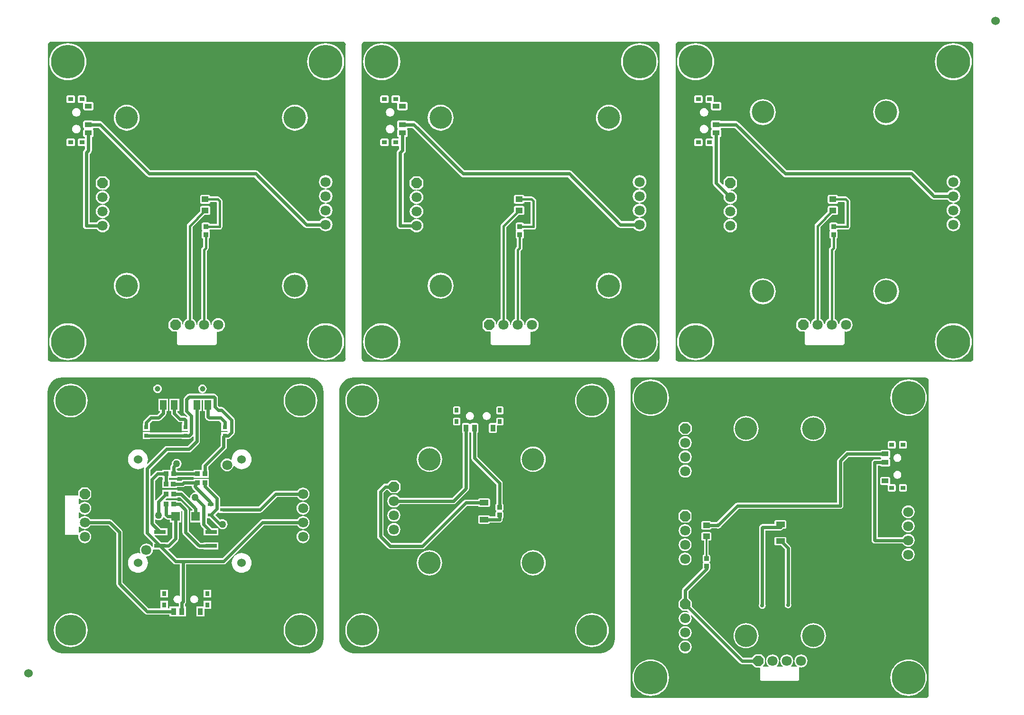
<source format=gtl>
G04 Layer_Physical_Order=1*
G04 Layer_Color=255*
%FSLAX44Y44*%
%MOMM*%
G71*
G01*
G75*
%ADD10R,0.9000X1.2500*%
%ADD11R,0.8000X0.9000*%
%ADD12R,0.8500X0.9500*%
%ADD13R,0.8000X0.8000*%
%ADD14R,1.2000X1.7500*%
%ADD15R,1.0500X0.6000*%
%ADD16R,2.1000X0.7500*%
%ADD17R,1.5000X1.6000*%
%ADD18C,0.6000*%
%ADD19R,0.8500X0.8500*%
%ADD20R,1.6000X1.0000*%
%ADD21R,1.2500X1.0000*%
%ADD22R,1.2500X0.9000*%
%ADD23R,0.9000X0.8000*%
%ADD24C,0.3000*%
%ADD25C,0.4000*%
%ADD26C,1.5240*%
%ADD27C,1.8000*%
%ADD28C,1.0000*%
%ADD29P,1.9483X8X292.5*%
%ADD30C,5.5000*%
%ADD31C,1.2700*%
%ADD32C,4.0000*%
%ADD33P,1.9483X8X22.5*%
%ADD34C,6.0000*%
%ADD35C,0.7000*%
G36*
X1702186Y1225278D02*
X1704040Y1224040D01*
X1705278Y1222186D01*
X1705680Y1220167D01*
X1705646Y1220000D01*
Y660000D01*
X1705680Y659833D01*
X1705278Y657814D01*
X1704040Y655960D01*
X1702186Y654722D01*
X1701199Y654526D01*
X1700000Y654354D01*
Y654354D01*
X1180000D01*
X1179833Y654320D01*
X1177814Y654722D01*
X1175960Y655960D01*
X1174722Y657814D01*
X1174526Y658801D01*
X1174354Y660000D01*
X1174354D01*
Y1220000D01*
X1174320Y1220167D01*
X1174722Y1222186D01*
X1175960Y1224040D01*
X1177814Y1225278D01*
X1179833Y1225680D01*
X1180000Y1225646D01*
X1700000D01*
X1700167Y1225680D01*
X1702186Y1225278D01*
D02*
G37*
G36*
X1142186Y1225278D02*
X1144040Y1224040D01*
X1145278Y1222186D01*
X1145680Y1220167D01*
X1145646Y1220000D01*
Y660000D01*
X1145680Y659833D01*
X1145278Y657814D01*
X1144040Y655960D01*
X1142186Y654722D01*
X1141199Y654526D01*
X1140000Y654354D01*
Y654354D01*
X620000D01*
X619833Y654320D01*
X617814Y654722D01*
X615960Y655960D01*
X614722Y657814D01*
X614526Y658801D01*
X614354Y660000D01*
X614354D01*
Y1220000D01*
X614320Y1220167D01*
X614722Y1222186D01*
X615960Y1224040D01*
X617814Y1225278D01*
X619833Y1225680D01*
X620000Y1225646D01*
X1140000D01*
X1140167Y1225680D01*
X1142186Y1225278D01*
D02*
G37*
G36*
X582186D02*
X584039Y1224040D01*
X585278Y1222186D01*
X585680Y1220167D01*
X585646Y1220000D01*
Y660000D01*
X585680Y659833D01*
X585278Y657814D01*
X584040Y655960D01*
X582186Y654722D01*
X581199Y654526D01*
X580000Y654354D01*
Y654354D01*
X60000D01*
X59833Y654320D01*
X57814Y654722D01*
X55960Y655960D01*
X54722Y657814D01*
X54526Y658801D01*
X54354Y660000D01*
X54354D01*
Y1220000D01*
X54320Y1220167D01*
X54722Y1222186D01*
X55960Y1224040D01*
X57814Y1225278D01*
X59833Y1225680D01*
X60000Y1225646D01*
X580000D01*
X580167Y1225680D01*
X582186Y1225278D01*
D02*
G37*
G36*
X1622381Y625749D02*
X1624400Y624400D01*
X1625749Y622381D01*
X1626189Y620167D01*
X1626156Y620000D01*
Y60000D01*
X1626189Y59833D01*
X1625749Y57619D01*
X1624400Y55600D01*
X1622381Y54251D01*
X1621199Y54016D01*
X1620000Y53844D01*
Y53844D01*
X1100000D01*
X1099833Y53811D01*
X1097619Y54251D01*
X1095600Y55600D01*
X1094251Y57619D01*
X1094016Y58801D01*
X1093844Y60000D01*
X1093844D01*
Y620000D01*
X1093811Y620167D01*
X1094251Y622381D01*
X1095600Y624400D01*
X1097619Y625749D01*
X1099833Y626189D01*
X1100000Y626156D01*
X1620000D01*
X1620167Y626189D01*
X1622381Y625749D01*
D02*
G37*
G36*
X1045109Y625686D02*
X1050022Y624196D01*
X1054550Y621775D01*
X1058519Y618518D01*
X1061776Y614550D01*
X1064196Y610022D01*
X1065686Y605109D01*
X1066165Y600248D01*
X1066115Y600000D01*
X1066115Y160000D01*
X1066165Y159752D01*
X1065686Y154891D01*
X1064196Y149978D01*
X1061776Y145450D01*
X1058519Y141482D01*
X1054550Y138224D01*
X1050022Y135804D01*
X1045109Y134314D01*
X1040248Y133835D01*
X1040000Y133885D01*
X600000Y133885D01*
X599752Y133835D01*
X594891Y134314D01*
X589978Y135804D01*
X585450Y138224D01*
X581482Y141482D01*
X578225Y145450D01*
X575804Y149978D01*
X574314Y154891D01*
X573934Y158750D01*
X573885Y160000D01*
X573885Y160000D01*
X573885Y161252D01*
X573885Y600000D01*
X573835Y600248D01*
X574314Y605109D01*
X575804Y610022D01*
X578225Y614550D01*
X581482Y618518D01*
X585450Y621775D01*
X589978Y624196D01*
X594891Y625686D01*
X599752Y626165D01*
X600000Y626115D01*
X1040000Y626115D01*
X1040248Y626165D01*
X1045109Y625686D01*
D02*
G37*
G36*
X525109D02*
X530022Y624196D01*
X534550Y621775D01*
X538518Y618518D01*
X541775Y614550D01*
X544196Y610022D01*
X545686Y605109D01*
X546165Y600248D01*
X546115Y600000D01*
X546115Y160000D01*
X546165Y159752D01*
X545686Y154891D01*
X544196Y149978D01*
X541775Y145450D01*
X538518Y141482D01*
X534550Y138224D01*
X530022Y135804D01*
X525109Y134314D01*
X520248Y133835D01*
X520000Y133885D01*
X80000Y133885D01*
X79752Y133835D01*
X74891Y134314D01*
X69978Y135804D01*
X65450Y138224D01*
X61481Y141482D01*
X58225Y145450D01*
X55804Y149978D01*
X54314Y154891D01*
X53934Y158750D01*
X53885Y160000D01*
X53885Y160000D01*
X53885Y161252D01*
X53885Y600000D01*
X53835Y600248D01*
X54314Y605109D01*
X55804Y610022D01*
X58225Y614550D01*
X61481Y618518D01*
X65450Y621775D01*
X69978Y624196D01*
X74891Y625686D01*
X79752Y626165D01*
X80000Y626115D01*
X520000Y626115D01*
X520248Y626165D01*
X525109Y625686D01*
D02*
G37*
%LPC*%
G36*
X1670000Y1223102D02*
X1664822Y1222694D01*
X1659771Y1221482D01*
X1654972Y1219494D01*
X1650543Y1216780D01*
X1646593Y1213407D01*
X1643220Y1209457D01*
X1640506Y1205028D01*
X1638518Y1200229D01*
X1637305Y1195178D01*
X1636898Y1190000D01*
X1637305Y1184822D01*
X1638518Y1179771D01*
X1640506Y1174972D01*
X1643220Y1170543D01*
X1646593Y1166593D01*
X1650543Y1163220D01*
X1654972Y1160506D01*
X1659771Y1158518D01*
X1664822Y1157306D01*
X1670000Y1156898D01*
X1675178Y1157306D01*
X1680229Y1158518D01*
X1685028Y1160506D01*
X1689457Y1163220D01*
X1693407Y1166593D01*
X1696780Y1170543D01*
X1699494Y1174972D01*
X1701482Y1179771D01*
X1702695Y1184822D01*
X1703102Y1190000D01*
X1702695Y1195178D01*
X1701482Y1200229D01*
X1699494Y1205028D01*
X1696780Y1209457D01*
X1693407Y1213407D01*
X1689457Y1216780D01*
X1685028Y1219494D01*
X1680229Y1221482D01*
X1675178Y1222694D01*
X1670000Y1223102D01*
D02*
G37*
G36*
X1210000D02*
X1204822Y1222694D01*
X1199771Y1221482D01*
X1194972Y1219494D01*
X1190543Y1216780D01*
X1186593Y1213407D01*
X1183220Y1209457D01*
X1180506Y1205028D01*
X1178518Y1200229D01*
X1177306Y1195178D01*
X1176898Y1190000D01*
X1177306Y1184822D01*
X1178518Y1179771D01*
X1180506Y1174972D01*
X1183220Y1170543D01*
X1186593Y1166593D01*
X1190543Y1163220D01*
X1194972Y1160506D01*
X1199771Y1158518D01*
X1204822Y1157306D01*
X1210000Y1156898D01*
X1215178Y1157306D01*
X1220229Y1158518D01*
X1225028Y1160506D01*
X1229457Y1163220D01*
X1233407Y1166593D01*
X1236780Y1170543D01*
X1239494Y1174972D01*
X1241482Y1179771D01*
X1242694Y1184822D01*
X1243102Y1190000D01*
X1242694Y1195178D01*
X1241482Y1200229D01*
X1239494Y1205028D01*
X1236780Y1209457D01*
X1233407Y1213407D01*
X1229457Y1216780D01*
X1225028Y1219494D01*
X1220229Y1221482D01*
X1215178Y1222694D01*
X1210000Y1223102D01*
D02*
G37*
G36*
X1219500Y1130319D02*
X1210500D01*
X1209330Y1130086D01*
X1208337Y1129423D01*
X1207674Y1128430D01*
X1207441Y1127260D01*
Y1119260D01*
X1207674Y1118090D01*
X1208337Y1117097D01*
X1209330Y1116434D01*
X1210500Y1116201D01*
X1219500D01*
X1220670Y1116434D01*
X1221663Y1117097D01*
X1222326Y1118090D01*
X1222559Y1119260D01*
Y1127260D01*
X1222326Y1128430D01*
X1221663Y1129423D01*
X1220670Y1130086D01*
X1219500Y1130319D01*
D02*
G37*
G36*
X1239500D02*
X1230500D01*
X1229330Y1130086D01*
X1228337Y1129423D01*
X1227674Y1128430D01*
X1227441Y1127260D01*
Y1119260D01*
X1227674Y1118090D01*
X1228337Y1117097D01*
X1229330Y1116434D01*
X1230500Y1116201D01*
X1236669D01*
X1237441Y1115260D01*
Y1106260D01*
X1237674Y1105089D01*
X1238337Y1104097D01*
X1239330Y1103434D01*
X1240500Y1103201D01*
X1253000D01*
X1254171Y1103434D01*
X1255163Y1104097D01*
X1255826Y1105089D01*
X1256059Y1106260D01*
Y1115260D01*
X1255826Y1116431D01*
X1255163Y1117423D01*
X1254171Y1118086D01*
X1253000Y1118319D01*
X1243331D01*
X1242559Y1119260D01*
Y1127260D01*
X1242326Y1128430D01*
X1241663Y1129423D01*
X1240670Y1130086D01*
X1239500Y1130319D01*
D02*
G37*
G36*
X1225597Y1107348D02*
X1224403D01*
X1222647Y1106999D01*
X1221545Y1106542D01*
X1220056Y1105548D01*
X1219212Y1104704D01*
X1218218Y1103215D01*
X1217761Y1102113D01*
X1217412Y1100357D01*
Y1100055D01*
X1217353Y1099760D01*
X1217412Y1099464D01*
Y1099163D01*
X1217761Y1097408D01*
X1218218Y1096305D01*
X1219212Y1094816D01*
X1220056Y1093972D01*
X1221545Y1092978D01*
X1222647Y1092521D01*
X1224403Y1092172D01*
X1225597D01*
X1227353Y1092521D01*
X1228455Y1092978D01*
X1229944Y1093972D01*
X1230788Y1094816D01*
X1231782Y1096305D01*
X1232239Y1097408D01*
X1232588Y1099163D01*
Y1099464D01*
X1232647Y1099760D01*
X1232588Y1100055D01*
Y1100357D01*
X1232239Y1102113D01*
X1231782Y1103215D01*
X1230788Y1104704D01*
X1229944Y1105548D01*
X1228455Y1106542D01*
X1227353Y1106999D01*
X1225597Y1107348D01*
D02*
G37*
G36*
X1550000Y1123111D02*
X1545491Y1122667D01*
X1541156Y1121352D01*
X1537160Y1119216D01*
X1533658Y1116342D01*
X1530784Y1112840D01*
X1528648Y1108844D01*
X1527333Y1104509D01*
X1526889Y1100000D01*
X1527333Y1095491D01*
X1528648Y1091156D01*
X1530784Y1087160D01*
X1533658Y1083658D01*
X1537160Y1080784D01*
X1541156Y1078648D01*
X1545491Y1077333D01*
X1550000Y1076889D01*
X1554509Y1077333D01*
X1558844Y1078648D01*
X1562840Y1080784D01*
X1566342Y1083658D01*
X1569216Y1087160D01*
X1571352Y1091156D01*
X1572667Y1095491D01*
X1573111Y1100000D01*
X1572667Y1104509D01*
X1571352Y1108844D01*
X1569216Y1112840D01*
X1566342Y1116342D01*
X1562840Y1119216D01*
X1558844Y1121352D01*
X1554509Y1122667D01*
X1550000Y1123111D01*
D02*
G37*
G36*
X1330000D02*
X1325491Y1122667D01*
X1321156Y1121352D01*
X1317160Y1119216D01*
X1313658Y1116342D01*
X1310784Y1112840D01*
X1308648Y1108844D01*
X1307333Y1104509D01*
X1306889Y1100000D01*
X1307333Y1095491D01*
X1308648Y1091156D01*
X1310784Y1087160D01*
X1313658Y1083658D01*
X1317160Y1080784D01*
X1321156Y1078648D01*
X1325491Y1077333D01*
X1330000Y1076889D01*
X1334509Y1077333D01*
X1338844Y1078648D01*
X1342840Y1080784D01*
X1346342Y1083658D01*
X1349216Y1087160D01*
X1351352Y1091156D01*
X1352667Y1095491D01*
X1353111Y1100000D01*
X1352667Y1104509D01*
X1351352Y1108844D01*
X1349216Y1112840D01*
X1346342Y1116342D01*
X1342840Y1119216D01*
X1338844Y1121352D01*
X1334509Y1122667D01*
X1330000Y1123111D01*
D02*
G37*
G36*
X1225597Y1077348D02*
X1224403D01*
X1222647Y1076999D01*
X1221545Y1076542D01*
X1220056Y1075548D01*
X1219212Y1074704D01*
X1218218Y1073215D01*
X1217761Y1072113D01*
X1217412Y1070357D01*
Y1070055D01*
X1217353Y1069760D01*
X1217412Y1069464D01*
Y1069163D01*
X1217761Y1067408D01*
X1218218Y1066305D01*
X1219212Y1064816D01*
X1220056Y1063972D01*
X1221545Y1062978D01*
X1222647Y1062521D01*
X1224403Y1062172D01*
X1225597D01*
X1227353Y1062521D01*
X1228455Y1062978D01*
X1229944Y1063972D01*
X1230788Y1064816D01*
X1231782Y1066305D01*
X1232239Y1067408D01*
X1232588Y1069163D01*
Y1069464D01*
X1232647Y1069760D01*
X1232588Y1070055D01*
Y1070357D01*
X1232239Y1072113D01*
X1231782Y1073215D01*
X1230788Y1074704D01*
X1229944Y1075548D01*
X1228455Y1076542D01*
X1227353Y1076999D01*
X1225597Y1077348D01*
D02*
G37*
G36*
X1219500Y1053319D02*
X1210500D01*
X1209330Y1053086D01*
X1208337Y1052423D01*
X1207674Y1051431D01*
X1207441Y1050260D01*
Y1042260D01*
X1207674Y1041089D01*
X1208337Y1040097D01*
X1209330Y1039434D01*
X1210500Y1039201D01*
X1219500D01*
X1220670Y1039434D01*
X1221663Y1040097D01*
X1222326Y1041089D01*
X1222559Y1042260D01*
Y1050260D01*
X1222326Y1051431D01*
X1221663Y1052423D01*
X1220670Y1053086D01*
X1219500Y1053319D01*
D02*
G37*
G36*
X1461300Y952419D02*
X1448800D01*
X1447630Y952186D01*
X1446637Y951523D01*
X1445974Y950531D01*
X1445741Y949360D01*
Y939360D01*
X1445974Y938189D01*
X1446637Y937197D01*
X1447630Y936534D01*
X1448800Y936301D01*
X1461300D01*
X1462471Y936534D01*
X1463463Y937197D01*
X1464126Y938189D01*
X1464339Y939262D01*
X1475208D01*
X1475712Y938758D01*
Y900568D01*
X1463300D01*
X1463236Y900891D01*
X1462573Y901883D01*
X1461581Y902546D01*
X1460410Y902779D01*
X1451910D01*
X1450739Y902546D01*
X1449747Y901883D01*
X1449084Y900891D01*
X1448851Y899720D01*
Y891220D01*
X1449084Y890050D01*
X1449584Y889301D01*
X1449680Y888470D01*
X1449584Y887639D01*
X1449084Y886891D01*
X1448851Y885720D01*
Y877220D01*
X1449084Y876049D01*
X1449747Y875057D01*
X1450739Y874394D01*
X1451062Y874330D01*
Y859522D01*
X1449095Y857555D01*
X1447990Y855901D01*
X1447602Y853950D01*
Y730877D01*
X1446648Y730482D01*
X1444142Y728559D01*
X1442218Y726052D01*
X1441009Y723133D01*
X1440716Y720905D01*
X1440641Y720334D01*
X1439360D01*
X1439284Y720905D01*
X1438991Y723133D01*
X1437782Y726052D01*
X1435858Y728559D01*
X1433352Y730482D01*
X1432398Y730877D01*
Y894498D01*
X1454201Y916301D01*
X1461300D01*
X1462471Y916534D01*
X1463463Y917197D01*
X1464126Y918189D01*
X1464359Y919360D01*
Y929360D01*
X1464126Y930530D01*
X1463463Y931523D01*
X1462471Y932186D01*
X1461300Y932419D01*
X1448800D01*
X1447630Y932186D01*
X1446637Y931523D01*
X1445974Y930530D01*
X1445741Y929360D01*
Y922261D01*
X1423695Y900215D01*
X1422590Y898561D01*
X1422202Y896610D01*
Y730877D01*
X1421248Y730482D01*
X1418741Y728559D01*
X1416818Y726052D01*
X1415609Y723133D01*
X1415362Y721255D01*
X1414656Y720910D01*
X1414029Y720862D01*
X1413959Y720944D01*
Y724500D01*
X1413959Y724500D01*
X1413726Y725670D01*
X1413063Y726663D01*
X1408563Y731163D01*
X1407570Y731826D01*
X1406400Y732059D01*
X1397400D01*
X1397400Y732059D01*
X1396230Y731826D01*
X1395237Y731163D01*
X1390737Y726663D01*
X1390074Y725670D01*
X1389841Y724500D01*
Y715500D01*
X1389841Y715500D01*
X1390074Y714330D01*
X1390737Y713337D01*
X1395237Y708837D01*
X1396230Y708174D01*
X1397400Y707941D01*
X1403833D01*
X1404441Y707200D01*
Y687200D01*
X1404674Y686030D01*
X1405337Y685037D01*
X1406329Y684374D01*
X1407500Y684141D01*
X1472500D01*
X1473671Y684374D01*
X1474663Y685037D01*
X1475326Y686030D01*
X1475559Y687200D01*
Y706950D01*
X1476351Y708046D01*
X1476418Y708118D01*
X1478100Y707896D01*
X1481233Y708309D01*
X1484152Y709518D01*
X1486658Y711441D01*
X1488582Y713948D01*
X1489791Y716867D01*
X1490204Y720000D01*
X1489791Y723133D01*
X1488582Y726052D01*
X1486658Y728559D01*
X1484152Y730482D01*
X1481233Y731691D01*
X1478100Y732104D01*
X1474967Y731691D01*
X1472048Y730482D01*
X1469541Y728559D01*
X1467618Y726052D01*
X1466409Y723133D01*
X1466116Y720905D01*
X1466040Y720334D01*
X1464760D01*
X1464684Y720905D01*
X1464391Y723133D01*
X1463182Y726052D01*
X1461259Y728559D01*
X1458752Y730482D01*
X1457798Y730877D01*
Y851838D01*
X1459765Y853805D01*
X1460870Y855459D01*
X1461258Y857410D01*
Y874330D01*
X1461581Y874394D01*
X1462573Y875057D01*
X1463236Y876049D01*
X1463469Y877220D01*
Y885720D01*
X1463236Y886891D01*
X1462736Y887639D01*
X1462640Y888470D01*
X1462736Y889301D01*
X1463236Y890050D01*
X1463300Y890372D01*
X1480810D01*
X1482761Y890760D01*
X1484415Y891865D01*
X1485520Y893519D01*
X1485908Y895470D01*
Y940870D01*
X1485520Y942821D01*
X1484415Y944475D01*
X1480925Y947965D01*
X1479271Y949070D01*
X1477320Y949458D01*
X1464339D01*
X1464126Y950531D01*
X1463463Y951523D01*
X1462471Y952186D01*
X1461300Y952419D01*
D02*
G37*
G36*
X1253000Y1085319D02*
X1240500D01*
X1239330Y1085086D01*
X1238337Y1084423D01*
X1237674Y1083430D01*
X1237441Y1082260D01*
Y1073260D01*
X1237674Y1072089D01*
X1238337Y1071097D01*
X1238447Y1071024D01*
Y1069496D01*
X1238337Y1069423D01*
X1237674Y1068430D01*
X1237441Y1067260D01*
Y1058260D01*
X1237674Y1057089D01*
X1238337Y1056097D01*
X1239330Y1055434D01*
X1240342Y1055233D01*
X1240472Y1054395D01*
X1240463Y1054157D01*
X1239500Y1053319D01*
X1230500D01*
X1229330Y1053086D01*
X1228337Y1052423D01*
X1227674Y1051431D01*
X1227441Y1050260D01*
Y1042260D01*
X1227674Y1041089D01*
X1228337Y1040097D01*
X1229330Y1039434D01*
X1230500Y1039201D01*
X1239500D01*
X1239651Y1039231D01*
X1240632Y1038426D01*
Y973200D01*
X1241098Y970859D01*
X1242424Y968874D01*
X1260298Y951000D01*
X1259896Y947950D01*
X1260309Y944817D01*
X1261518Y941898D01*
X1263441Y939391D01*
X1265948Y937468D01*
X1268867Y936259D01*
X1271095Y935966D01*
X1271666Y935891D01*
Y934610D01*
X1271096Y934535D01*
X1268867Y934241D01*
X1265948Y933032D01*
X1263441Y931108D01*
X1261518Y928602D01*
X1260309Y925683D01*
X1259896Y922550D01*
X1260309Y919417D01*
X1261518Y916498D01*
X1263441Y913991D01*
X1265948Y912068D01*
X1268867Y910859D01*
X1271095Y910566D01*
X1271666Y910490D01*
Y909210D01*
X1271096Y909135D01*
X1268867Y908841D01*
X1265948Y907632D01*
X1263441Y905708D01*
X1261518Y903202D01*
X1260309Y900283D01*
X1259896Y897150D01*
X1260309Y894017D01*
X1261518Y891098D01*
X1263441Y888592D01*
X1265948Y886668D01*
X1268867Y885459D01*
X1272000Y885046D01*
X1275133Y885459D01*
X1278052Y886668D01*
X1280558Y888592D01*
X1282482Y891098D01*
X1283691Y894017D01*
X1284104Y897150D01*
X1283691Y900283D01*
X1282482Y903202D01*
X1280558Y905708D01*
X1278052Y907632D01*
X1275133Y908841D01*
X1272905Y909135D01*
X1272334Y909210D01*
Y910490D01*
X1272905Y910566D01*
X1275133Y910859D01*
X1278052Y912068D01*
X1280558Y913991D01*
X1282482Y916498D01*
X1283691Y919417D01*
X1284104Y922550D01*
X1283691Y925683D01*
X1282482Y928602D01*
X1280558Y931108D01*
X1278052Y933032D01*
X1275133Y934241D01*
X1272905Y934535D01*
X1272334Y934610D01*
Y935891D01*
X1272905Y935966D01*
X1275133Y936259D01*
X1278052Y937468D01*
X1280558Y939391D01*
X1282482Y941898D01*
X1283691Y944817D01*
X1284104Y947950D01*
X1283691Y951083D01*
X1282482Y954002D01*
X1280558Y956508D01*
X1278052Y958432D01*
X1275133Y959641D01*
X1273255Y959888D01*
X1272910Y960594D01*
X1272862Y961221D01*
X1272944Y961291D01*
X1276500D01*
X1276500Y961291D01*
X1277671Y961524D01*
X1278663Y962187D01*
X1283163Y966687D01*
X1283826Y967680D01*
X1284059Y968850D01*
Y977850D01*
X1284059Y977850D01*
X1283826Y979020D01*
X1283163Y980013D01*
X1278663Y984513D01*
X1277671Y985176D01*
X1276500Y985409D01*
X1267500D01*
X1267500Y985409D01*
X1266329Y985176D01*
X1265337Y984513D01*
X1260837Y980013D01*
X1260174Y979020D01*
X1259941Y977850D01*
Y970456D01*
X1258671Y969930D01*
X1252868Y975734D01*
Y1055201D01*
X1253000D01*
X1254171Y1055434D01*
X1255163Y1056097D01*
X1255826Y1057089D01*
X1256059Y1058260D01*
Y1067260D01*
X1255826Y1068430D01*
X1255163Y1069423D01*
X1255151Y1070673D01*
X1256067Y1071643D01*
X1279706D01*
X1365674Y985674D01*
X1367659Y984348D01*
X1370000Y983883D01*
X1592466D01*
X1630674Y945674D01*
X1632659Y944348D01*
X1635000Y943883D01*
X1659568D01*
X1661441Y941441D01*
X1663948Y939518D01*
X1666867Y938309D01*
X1669095Y938016D01*
X1669666Y937940D01*
Y936660D01*
X1669095Y936584D01*
X1666867Y936291D01*
X1663948Y935082D01*
X1661441Y933158D01*
X1659518Y930652D01*
X1658309Y927733D01*
X1657897Y924600D01*
X1658309Y921467D01*
X1659518Y918548D01*
X1661441Y916041D01*
X1663948Y914118D01*
X1666867Y912909D01*
X1669095Y912616D01*
X1669666Y912540D01*
Y911260D01*
X1669095Y911184D01*
X1666867Y910891D01*
X1663948Y909682D01*
X1661441Y907758D01*
X1659518Y905252D01*
X1658309Y902333D01*
X1657897Y899200D01*
X1658309Y896067D01*
X1659518Y893148D01*
X1661441Y890641D01*
X1663948Y888718D01*
X1666867Y887509D01*
X1670000Y887096D01*
X1673133Y887509D01*
X1676052Y888718D01*
X1678559Y890641D01*
X1680482Y893148D01*
X1681691Y896067D01*
X1682103Y899200D01*
X1681691Y902333D01*
X1680482Y905252D01*
X1678559Y907758D01*
X1676052Y909682D01*
X1673133Y910891D01*
X1670905Y911184D01*
X1670334Y911260D01*
Y912540D01*
X1670905Y912616D01*
X1673133Y912909D01*
X1676052Y914118D01*
X1678559Y916041D01*
X1680482Y918548D01*
X1681691Y921467D01*
X1682103Y924600D01*
X1681691Y927733D01*
X1680482Y930652D01*
X1678559Y933158D01*
X1676052Y935082D01*
X1673133Y936291D01*
X1670905Y936584D01*
X1670334Y936660D01*
Y937940D01*
X1670905Y938016D01*
X1673133Y938309D01*
X1676052Y939518D01*
X1678559Y941441D01*
X1680482Y943948D01*
X1681691Y946867D01*
X1682103Y950000D01*
X1681691Y953133D01*
X1680482Y956052D01*
X1678559Y958559D01*
X1676052Y960482D01*
X1673133Y961691D01*
X1670905Y961984D01*
X1670334Y962060D01*
Y963340D01*
X1670905Y963416D01*
X1673133Y963709D01*
X1676052Y964918D01*
X1678559Y966842D01*
X1680482Y969348D01*
X1681691Y972267D01*
X1682103Y975400D01*
X1681691Y978533D01*
X1680482Y981452D01*
X1678559Y983959D01*
X1676052Y985882D01*
X1673133Y987091D01*
X1670000Y987504D01*
X1666867Y987091D01*
X1663948Y985882D01*
X1661441Y983959D01*
X1659518Y981452D01*
X1658309Y978533D01*
X1657897Y975400D01*
X1658309Y972267D01*
X1659518Y969348D01*
X1661441Y966842D01*
X1663948Y964918D01*
X1666867Y963709D01*
X1669095Y963416D01*
X1669666Y963340D01*
Y962060D01*
X1669095Y961984D01*
X1666867Y961691D01*
X1663948Y960482D01*
X1661441Y958559D01*
X1659568Y956117D01*
X1637534D01*
X1599326Y994326D01*
X1597341Y995652D01*
X1595000Y996118D01*
X1372534D01*
X1286566Y1082086D01*
X1284581Y1083412D01*
X1282240Y1083877D01*
X1255527D01*
X1255163Y1084423D01*
X1254171Y1085086D01*
X1253000Y1085319D01*
D02*
G37*
G36*
X1550000Y803111D02*
X1545491Y802667D01*
X1541156Y801352D01*
X1537160Y799216D01*
X1533658Y796342D01*
X1530784Y792840D01*
X1528648Y788844D01*
X1527333Y784509D01*
X1526889Y780000D01*
X1527333Y775491D01*
X1528648Y771156D01*
X1530784Y767160D01*
X1533658Y763658D01*
X1537160Y760784D01*
X1541156Y758648D01*
X1545491Y757333D01*
X1550000Y756889D01*
X1554509Y757333D01*
X1558844Y758648D01*
X1562840Y760784D01*
X1566342Y763658D01*
X1569216Y767160D01*
X1571352Y771156D01*
X1572667Y775491D01*
X1573111Y780000D01*
X1572667Y784509D01*
X1571352Y788844D01*
X1569216Y792840D01*
X1566342Y796342D01*
X1562840Y799216D01*
X1558844Y801352D01*
X1554509Y802667D01*
X1550000Y803111D01*
D02*
G37*
G36*
X1330000D02*
X1325491Y802667D01*
X1321156Y801352D01*
X1317160Y799216D01*
X1313658Y796342D01*
X1310784Y792840D01*
X1308648Y788844D01*
X1307333Y784509D01*
X1306889Y780000D01*
X1307333Y775491D01*
X1308648Y771156D01*
X1310784Y767160D01*
X1313658Y763658D01*
X1317160Y760784D01*
X1321156Y758648D01*
X1325491Y757333D01*
X1330000Y756889D01*
X1334509Y757333D01*
X1338844Y758648D01*
X1342840Y760784D01*
X1346342Y763658D01*
X1349216Y767160D01*
X1351352Y771156D01*
X1352667Y775491D01*
X1353111Y780000D01*
X1352667Y784509D01*
X1351352Y788844D01*
X1349216Y792840D01*
X1346342Y796342D01*
X1342840Y799216D01*
X1338844Y801352D01*
X1334509Y802667D01*
X1330000Y803111D01*
D02*
G37*
G36*
X1670000Y723102D02*
X1664822Y722694D01*
X1659771Y721482D01*
X1654972Y719494D01*
X1650543Y716780D01*
X1646593Y713407D01*
X1643220Y709457D01*
X1640506Y705028D01*
X1638518Y700229D01*
X1637305Y695178D01*
X1636898Y690000D01*
X1637305Y684822D01*
X1638518Y679771D01*
X1640506Y674972D01*
X1643220Y670543D01*
X1646593Y666593D01*
X1650543Y663220D01*
X1654972Y660506D01*
X1659771Y658518D01*
X1664822Y657306D01*
X1670000Y656898D01*
X1675178Y657306D01*
X1680229Y658518D01*
X1685028Y660506D01*
X1689457Y663220D01*
X1693407Y666593D01*
X1696780Y670543D01*
X1699494Y674972D01*
X1701482Y679771D01*
X1702695Y684822D01*
X1703102Y690000D01*
X1702695Y695178D01*
X1701482Y700229D01*
X1699494Y705028D01*
X1696780Y709457D01*
X1693407Y713407D01*
X1689457Y716780D01*
X1685028Y719494D01*
X1680229Y721482D01*
X1675178Y722694D01*
X1670000Y723102D01*
D02*
G37*
G36*
X1210000D02*
X1204822Y722694D01*
X1199771Y721482D01*
X1194972Y719494D01*
X1190543Y716780D01*
X1186593Y713407D01*
X1183220Y709457D01*
X1180506Y705028D01*
X1178518Y700229D01*
X1177306Y695178D01*
X1176898Y690000D01*
X1177306Y684822D01*
X1178518Y679771D01*
X1180506Y674972D01*
X1183220Y670543D01*
X1186593Y666593D01*
X1190543Y663220D01*
X1194972Y660506D01*
X1199771Y658518D01*
X1204822Y657306D01*
X1210000Y656898D01*
X1215178Y657306D01*
X1220229Y658518D01*
X1225028Y660506D01*
X1229457Y663220D01*
X1233407Y666593D01*
X1236780Y670543D01*
X1239494Y674972D01*
X1241482Y679771D01*
X1242694Y684822D01*
X1243102Y690000D01*
X1242694Y695178D01*
X1241482Y700229D01*
X1239494Y705028D01*
X1236780Y709457D01*
X1233407Y713407D01*
X1229457Y716780D01*
X1225028Y719494D01*
X1220229Y721482D01*
X1215178Y722694D01*
X1210000Y723102D01*
D02*
G37*
G36*
X1110000Y1223102D02*
X1104822Y1222694D01*
X1099771Y1221482D01*
X1094972Y1219494D01*
X1090543Y1216780D01*
X1086593Y1213407D01*
X1083220Y1209457D01*
X1080506Y1205028D01*
X1078518Y1200229D01*
X1077306Y1195178D01*
X1076898Y1190000D01*
X1077306Y1184822D01*
X1078518Y1179771D01*
X1080506Y1174972D01*
X1083220Y1170543D01*
X1086593Y1166593D01*
X1090543Y1163220D01*
X1094972Y1160506D01*
X1099771Y1158518D01*
X1104822Y1157306D01*
X1110000Y1156898D01*
X1115178Y1157306D01*
X1120229Y1158518D01*
X1125028Y1160506D01*
X1129457Y1163220D01*
X1133407Y1166593D01*
X1136780Y1170543D01*
X1139494Y1174972D01*
X1141482Y1179771D01*
X1142694Y1184822D01*
X1143102Y1190000D01*
X1142694Y1195178D01*
X1141482Y1200229D01*
X1139494Y1205028D01*
X1136780Y1209457D01*
X1133407Y1213407D01*
X1129457Y1216780D01*
X1125028Y1219494D01*
X1120229Y1221482D01*
X1115178Y1222694D01*
X1110000Y1223102D01*
D02*
G37*
G36*
X650000D02*
X644822Y1222694D01*
X639771Y1221482D01*
X634972Y1219494D01*
X630543Y1216780D01*
X626593Y1213407D01*
X623220Y1209457D01*
X620506Y1205028D01*
X618518Y1200229D01*
X617305Y1195178D01*
X616898Y1190000D01*
X617305Y1184822D01*
X618518Y1179771D01*
X620506Y1174972D01*
X623220Y1170543D01*
X626593Y1166593D01*
X630543Y1163220D01*
X634972Y1160506D01*
X639771Y1158518D01*
X644822Y1157306D01*
X650000Y1156898D01*
X655178Y1157306D01*
X660229Y1158518D01*
X665028Y1160506D01*
X669457Y1163220D01*
X673407Y1166593D01*
X676780Y1170543D01*
X679494Y1174972D01*
X681482Y1179771D01*
X682694Y1184822D01*
X683102Y1190000D01*
X682694Y1195178D01*
X681482Y1200229D01*
X679494Y1205028D01*
X676780Y1209457D01*
X673407Y1213407D01*
X669457Y1216780D01*
X665028Y1219494D01*
X660229Y1221482D01*
X655178Y1222694D01*
X650000Y1223102D01*
D02*
G37*
G36*
X659500Y1130319D02*
X650500D01*
X649330Y1130086D01*
X648337Y1129423D01*
X647674Y1128430D01*
X647441Y1127260D01*
Y1119260D01*
X647674Y1118090D01*
X648337Y1117097D01*
X649330Y1116434D01*
X650500Y1116201D01*
X659500D01*
X660670Y1116434D01*
X661663Y1117097D01*
X662326Y1118090D01*
X662559Y1119260D01*
Y1127260D01*
X662326Y1128430D01*
X661663Y1129423D01*
X660670Y1130086D01*
X659500Y1130319D01*
D02*
G37*
G36*
X679500D02*
X670500D01*
X669330Y1130086D01*
X668337Y1129423D01*
X667674Y1128430D01*
X667441Y1127260D01*
Y1119260D01*
X667674Y1118090D01*
X668337Y1117097D01*
X669330Y1116434D01*
X670500Y1116201D01*
X676669D01*
X677441Y1115260D01*
Y1106260D01*
X677674Y1105089D01*
X678337Y1104097D01*
X679330Y1103434D01*
X680500Y1103201D01*
X693000D01*
X694171Y1103434D01*
X695163Y1104097D01*
X695826Y1105089D01*
X696059Y1106260D01*
Y1115260D01*
X695826Y1116431D01*
X695163Y1117423D01*
X694171Y1118086D01*
X693000Y1118319D01*
X683331D01*
X682559Y1119260D01*
Y1127260D01*
X682326Y1128430D01*
X681663Y1129423D01*
X680670Y1130086D01*
X679500Y1130319D01*
D02*
G37*
G36*
X665597Y1107348D02*
X664403D01*
X662647Y1106999D01*
X661545Y1106542D01*
X660056Y1105548D01*
X659212Y1104704D01*
X658218Y1103215D01*
X657761Y1102113D01*
X657412Y1100357D01*
Y1100055D01*
X657353Y1099760D01*
X657412Y1099464D01*
Y1099163D01*
X657761Y1097408D01*
X658218Y1096305D01*
X659212Y1094816D01*
X660056Y1093972D01*
X661545Y1092978D01*
X662647Y1092521D01*
X664403Y1092172D01*
X665597D01*
X667353Y1092521D01*
X668455Y1092978D01*
X669944Y1093972D01*
X670788Y1094816D01*
X671782Y1096305D01*
X672239Y1097407D01*
X672588Y1099163D01*
Y1099464D01*
X672647Y1099760D01*
X672588Y1100055D01*
Y1100357D01*
X672239Y1102113D01*
X671782Y1103215D01*
X670788Y1104704D01*
X669944Y1105548D01*
X668455Y1106542D01*
X667353Y1106999D01*
X665597Y1107348D01*
D02*
G37*
G36*
X1055000Y1113111D02*
X1050491Y1112667D01*
X1046156Y1111352D01*
X1042160Y1109216D01*
X1038658Y1106342D01*
X1035784Y1102840D01*
X1033648Y1098844D01*
X1032333Y1094509D01*
X1031889Y1090000D01*
X1032333Y1085491D01*
X1033648Y1081156D01*
X1035784Y1077160D01*
X1038658Y1073658D01*
X1042160Y1070784D01*
X1046156Y1068648D01*
X1050491Y1067333D01*
X1055000Y1066889D01*
X1059509Y1067333D01*
X1063844Y1068648D01*
X1067840Y1070784D01*
X1071342Y1073658D01*
X1074216Y1077160D01*
X1076352Y1081156D01*
X1077667Y1085491D01*
X1078111Y1090000D01*
X1077667Y1094509D01*
X1076352Y1098844D01*
X1074216Y1102840D01*
X1071342Y1106342D01*
X1067840Y1109216D01*
X1063844Y1111352D01*
X1059509Y1112667D01*
X1055000Y1113111D01*
D02*
G37*
G36*
X755000D02*
X750491Y1112667D01*
X746156Y1111352D01*
X742160Y1109216D01*
X738658Y1106342D01*
X735784Y1102840D01*
X733648Y1098844D01*
X732333Y1094509D01*
X731889Y1090000D01*
X732333Y1085491D01*
X733648Y1081156D01*
X735784Y1077160D01*
X738658Y1073658D01*
X742160Y1070784D01*
X746156Y1068648D01*
X750491Y1067333D01*
X755000Y1066889D01*
X759509Y1067333D01*
X763844Y1068648D01*
X767840Y1070784D01*
X771342Y1073658D01*
X774216Y1077160D01*
X776352Y1081156D01*
X777667Y1085491D01*
X778111Y1090000D01*
X777667Y1094509D01*
X776352Y1098844D01*
X774216Y1102840D01*
X771342Y1106342D01*
X767840Y1109216D01*
X763844Y1111352D01*
X759509Y1112667D01*
X755000Y1113111D01*
D02*
G37*
G36*
X665597Y1077348D02*
X664403D01*
X662647Y1076999D01*
X661545Y1076542D01*
X660056Y1075548D01*
X659212Y1074704D01*
X658218Y1073215D01*
X657761Y1072113D01*
X657412Y1070357D01*
Y1070055D01*
X657353Y1069760D01*
X657412Y1069464D01*
Y1069163D01*
X657761Y1067408D01*
X658218Y1066305D01*
X659212Y1064816D01*
X660056Y1063972D01*
X661545Y1062978D01*
X662647Y1062521D01*
X664403Y1062172D01*
X665597D01*
X667353Y1062521D01*
X668455Y1062978D01*
X669944Y1063972D01*
X670788Y1064816D01*
X671782Y1066305D01*
X672239Y1067407D01*
X672588Y1069163D01*
Y1069464D01*
X672647Y1069760D01*
X672588Y1070055D01*
Y1070357D01*
X672239Y1072113D01*
X671782Y1073215D01*
X670788Y1074704D01*
X669944Y1075548D01*
X668455Y1076542D01*
X667353Y1076999D01*
X665597Y1077348D01*
D02*
G37*
G36*
X659500Y1053319D02*
X650500D01*
X649330Y1053086D01*
X648337Y1052423D01*
X647674Y1051431D01*
X647441Y1050260D01*
Y1042260D01*
X647674Y1041089D01*
X648337Y1040097D01*
X649330Y1039434D01*
X650500Y1039201D01*
X659500D01*
X660670Y1039434D01*
X661663Y1040097D01*
X662326Y1041089D01*
X662559Y1042260D01*
Y1050260D01*
X662326Y1051431D01*
X661663Y1052423D01*
X660670Y1053086D01*
X659500Y1053319D01*
D02*
G37*
G36*
X901300Y952419D02*
X888800D01*
X887629Y952186D01*
X886637Y951523D01*
X885974Y950530D01*
X885741Y949360D01*
Y939360D01*
X885974Y938189D01*
X886637Y937197D01*
X887629Y936534D01*
X888800Y936301D01*
X901300D01*
X902470Y936534D01*
X903463Y937197D01*
X904126Y938189D01*
X904339Y939262D01*
X915208D01*
X915712Y938758D01*
Y900568D01*
X903300D01*
X903236Y900891D01*
X902573Y901883D01*
X901581Y902546D01*
X900410Y902779D01*
X891910D01*
X890739Y902546D01*
X889747Y901883D01*
X889084Y900891D01*
X888851Y899720D01*
Y891220D01*
X889084Y890050D01*
X889584Y889301D01*
X889680Y888470D01*
X889584Y887639D01*
X889084Y886890D01*
X888851Y885720D01*
Y877220D01*
X889084Y876049D01*
X889747Y875057D01*
X890739Y874394D01*
X891062Y874330D01*
Y859522D01*
X889095Y857555D01*
X887990Y855901D01*
X887602Y853950D01*
Y730877D01*
X886648Y730482D01*
X884141Y728559D01*
X882218Y726052D01*
X881009Y723133D01*
X880716Y720905D01*
X880640Y720334D01*
X879360D01*
X879284Y720905D01*
X878991Y723133D01*
X877782Y726052D01*
X875859Y728559D01*
X873352Y730482D01*
X872398Y730877D01*
Y894498D01*
X894201Y916301D01*
X901300D01*
X902470Y916534D01*
X903463Y917197D01*
X904126Y918189D01*
X904359Y919360D01*
Y929360D01*
X904126Y930530D01*
X903463Y931523D01*
X902470Y932186D01*
X901300Y932419D01*
X888800D01*
X887629Y932186D01*
X886637Y931523D01*
X885974Y930530D01*
X885741Y929360D01*
Y922261D01*
X863695Y900215D01*
X862590Y898561D01*
X862202Y896610D01*
Y730877D01*
X861248Y730482D01*
X858742Y728559D01*
X856818Y726052D01*
X855609Y723133D01*
X855362Y721255D01*
X854656Y720910D01*
X854029Y720862D01*
X853959Y720944D01*
Y724500D01*
X853959Y724500D01*
X853726Y725670D01*
X853063Y726663D01*
X848563Y731163D01*
X847570Y731826D01*
X846400Y732059D01*
X837400D01*
X837400Y732059D01*
X836229Y731826D01*
X835237Y731163D01*
X830737Y726663D01*
X830074Y725670D01*
X829841Y724500D01*
Y715500D01*
X829841Y715500D01*
X830074Y714330D01*
X830737Y713337D01*
X835237Y708837D01*
X836229Y708174D01*
X837400Y707941D01*
X843833D01*
X844441Y707200D01*
Y687200D01*
X844674Y686029D01*
X845337Y685037D01*
X846329Y684374D01*
X847500Y684141D01*
X912500D01*
X913671Y684374D01*
X914663Y685037D01*
X915326Y686029D01*
X915559Y687200D01*
Y706950D01*
X916351Y708046D01*
X916418Y708118D01*
X918100Y707896D01*
X921233Y708309D01*
X924152Y709518D01*
X926658Y711441D01*
X928582Y713948D01*
X929791Y716867D01*
X930203Y720000D01*
X929791Y723133D01*
X928582Y726052D01*
X926658Y728559D01*
X924152Y730482D01*
X921233Y731691D01*
X918100Y732104D01*
X914967Y731691D01*
X912048Y730482D01*
X909541Y728559D01*
X907618Y726052D01*
X906409Y723133D01*
X906116Y720905D01*
X906040Y720334D01*
X904760D01*
X904684Y720905D01*
X904391Y723133D01*
X903182Y726052D01*
X901258Y728559D01*
X898752Y730482D01*
X897798Y730877D01*
Y851838D01*
X899765Y853805D01*
X900870Y855459D01*
X901258Y857410D01*
Y874330D01*
X901581Y874394D01*
X902573Y875057D01*
X903236Y876049D01*
X903469Y877220D01*
Y885720D01*
X903236Y886890D01*
X902736Y887639D01*
X902640Y888470D01*
X902736Y889301D01*
X903236Y890050D01*
X903300Y890372D01*
X920810D01*
X922761Y890760D01*
X924415Y891865D01*
X925520Y893519D01*
X925908Y895470D01*
Y940870D01*
X925520Y942821D01*
X924415Y944475D01*
X920925Y947965D01*
X919271Y949070D01*
X917320Y949458D01*
X904339D01*
X904126Y950530D01*
X903463Y951523D01*
X902470Y952186D01*
X901300Y952419D01*
D02*
G37*
G36*
X693000Y1085319D02*
X680500D01*
X679330Y1085086D01*
X678337Y1084423D01*
X677674Y1083430D01*
X677441Y1082260D01*
Y1073260D01*
X677674Y1072089D01*
X678337Y1071097D01*
X678447Y1071024D01*
Y1069496D01*
X678337Y1069423D01*
X677674Y1068430D01*
X677441Y1067260D01*
Y1058260D01*
X677674Y1057089D01*
X678337Y1056097D01*
X679330Y1055434D01*
X680342Y1055233D01*
X680471Y1054395D01*
X680463Y1054157D01*
X679500Y1053319D01*
X670500D01*
X669330Y1053086D01*
X668337Y1052423D01*
X667674Y1051431D01*
X667441Y1050260D01*
Y1042260D01*
X667674Y1041089D01*
X668337Y1040097D01*
X669330Y1039434D01*
X670500Y1039201D01*
X679500D01*
X679651Y1039231D01*
X680632Y1038426D01*
Y1034284D01*
X678524Y1032176D01*
X677198Y1030191D01*
X676732Y1027850D01*
Y897150D01*
X677198Y894809D01*
X678524Y892824D01*
X680509Y891498D01*
X682850Y891032D01*
X701569D01*
X703441Y888592D01*
X705948Y886668D01*
X708867Y885459D01*
X712000Y885046D01*
X715133Y885459D01*
X718052Y886668D01*
X720558Y888592D01*
X722482Y891098D01*
X723691Y894017D01*
X724103Y897150D01*
X723691Y900283D01*
X722482Y903202D01*
X720558Y905708D01*
X718052Y907632D01*
X715133Y908841D01*
X712905Y909134D01*
X712334Y909210D01*
Y910490D01*
X712905Y910566D01*
X715133Y910859D01*
X718052Y912068D01*
X720558Y913991D01*
X722482Y916498D01*
X723691Y919417D01*
X724103Y922550D01*
X723691Y925683D01*
X722482Y928602D01*
X720558Y931108D01*
X718052Y933032D01*
X715133Y934241D01*
X712905Y934534D01*
X712334Y934610D01*
Y935890D01*
X712905Y935966D01*
X715133Y936259D01*
X718052Y937468D01*
X720558Y939391D01*
X722482Y941898D01*
X723691Y944817D01*
X724103Y947950D01*
X723691Y951083D01*
X722482Y954002D01*
X720558Y956508D01*
X718052Y958432D01*
X715133Y959641D01*
X712962Y959927D01*
X712245Y960021D01*
X712328Y961291D01*
X716500D01*
X716500Y961291D01*
X717671Y961524D01*
X718663Y962187D01*
X723163Y966687D01*
X723826Y967680D01*
X724059Y968850D01*
Y977850D01*
X724059Y977850D01*
X723826Y979020D01*
X723163Y980013D01*
X718663Y984513D01*
X717671Y985176D01*
X716500Y985409D01*
X707500D01*
X707500Y985409D01*
X706329Y985176D01*
X705337Y984513D01*
X700837Y980013D01*
X700174Y979020D01*
X699941Y977850D01*
Y968850D01*
X699941Y968850D01*
X700174Y967680D01*
X700837Y966687D01*
X705337Y962187D01*
X706329Y961524D01*
X707500Y961291D01*
X711672D01*
X711755Y960021D01*
X711038Y959927D01*
X708867Y959641D01*
X705948Y958432D01*
X703441Y956508D01*
X701518Y954002D01*
X700309Y951083D01*
X699896Y947950D01*
X700309Y944817D01*
X701518Y941898D01*
X703441Y939391D01*
X705948Y937468D01*
X708867Y936259D01*
X711095Y935966D01*
X711666Y935890D01*
Y934610D01*
X711095Y934534D01*
X708867Y934241D01*
X705948Y933032D01*
X703441Y931108D01*
X701518Y928602D01*
X700309Y925683D01*
X699896Y922550D01*
X700309Y919417D01*
X701518Y916498D01*
X703441Y913991D01*
X705948Y912068D01*
X708867Y910859D01*
X711095Y910566D01*
X711666Y910490D01*
Y909210D01*
X711095Y909134D01*
X708867Y908841D01*
X705948Y907632D01*
X703441Y905708D01*
X701569Y903268D01*
X688968D01*
Y1025316D01*
X691076Y1027424D01*
X692402Y1029409D01*
X692868Y1031750D01*
Y1055201D01*
X693000D01*
X694171Y1055434D01*
X695163Y1056097D01*
X695826Y1057089D01*
X696059Y1058260D01*
Y1067260D01*
X695826Y1068430D01*
X695163Y1069423D01*
X695151Y1070673D01*
X696067Y1071642D01*
X704706D01*
X790674Y985674D01*
X792659Y984348D01*
X795000Y983883D01*
X982466D01*
X1071474Y894874D01*
X1073459Y893548D01*
X1075800Y893082D01*
X1099568D01*
X1101441Y890641D01*
X1103948Y888718D01*
X1106867Y887509D01*
X1110000Y887096D01*
X1113133Y887509D01*
X1116052Y888718D01*
X1118559Y890641D01*
X1120482Y893148D01*
X1121691Y896067D01*
X1122104Y899200D01*
X1121691Y902333D01*
X1120482Y905252D01*
X1118559Y907758D01*
X1116052Y909682D01*
X1113133Y910891D01*
X1110905Y911184D01*
X1110334Y911260D01*
Y912540D01*
X1110905Y912616D01*
X1113133Y912909D01*
X1116052Y914118D01*
X1118559Y916041D01*
X1120482Y918548D01*
X1121691Y921467D01*
X1122104Y924600D01*
X1121691Y927733D01*
X1120482Y930652D01*
X1118559Y933158D01*
X1116052Y935082D01*
X1113133Y936291D01*
X1110905Y936584D01*
X1110334Y936659D01*
Y937940D01*
X1110905Y938016D01*
X1113133Y938309D01*
X1116052Y939518D01*
X1118559Y941441D01*
X1120482Y943948D01*
X1121691Y946867D01*
X1122104Y950000D01*
X1121691Y953133D01*
X1120482Y956052D01*
X1118559Y958559D01*
X1116052Y960482D01*
X1113133Y961691D01*
X1110905Y961984D01*
X1110334Y962059D01*
Y963340D01*
X1110905Y963416D01*
X1113133Y963709D01*
X1116052Y964918D01*
X1118559Y966842D01*
X1120482Y969348D01*
X1121691Y972267D01*
X1122104Y975400D01*
X1121691Y978533D01*
X1120482Y981452D01*
X1118559Y983959D01*
X1116052Y985882D01*
X1113133Y987091D01*
X1110000Y987504D01*
X1106867Y987091D01*
X1103948Y985882D01*
X1101441Y983959D01*
X1099518Y981452D01*
X1098309Y978533D01*
X1097896Y975400D01*
X1098309Y972267D01*
X1099518Y969348D01*
X1101441Y966842D01*
X1103948Y964918D01*
X1106867Y963709D01*
X1109095Y963416D01*
X1109666Y963340D01*
Y962059D01*
X1109095Y961984D01*
X1106867Y961691D01*
X1103948Y960482D01*
X1101441Y958559D01*
X1099518Y956052D01*
X1098309Y953133D01*
X1097896Y950000D01*
X1098309Y946867D01*
X1099518Y943948D01*
X1101441Y941441D01*
X1103948Y939518D01*
X1106867Y938309D01*
X1109095Y938016D01*
X1109666Y937940D01*
Y936659D01*
X1109095Y936584D01*
X1106867Y936291D01*
X1103948Y935082D01*
X1101441Y933158D01*
X1099518Y930652D01*
X1098309Y927733D01*
X1097896Y924600D01*
X1098309Y921467D01*
X1099518Y918548D01*
X1101441Y916041D01*
X1103948Y914118D01*
X1106867Y912909D01*
X1109095Y912616D01*
X1109666Y912540D01*
Y911260D01*
X1109095Y911184D01*
X1106867Y910891D01*
X1103948Y909682D01*
X1101441Y907758D01*
X1099568Y905318D01*
X1078334D01*
X989326Y994326D01*
X987341Y995652D01*
X985000Y996117D01*
X797534D01*
X711566Y1082086D01*
X709581Y1083412D01*
X707240Y1083877D01*
X695527D01*
X695163Y1084423D01*
X694171Y1085086D01*
X693000Y1085319D01*
D02*
G37*
G36*
X1055000Y813111D02*
X1050491Y812667D01*
X1046156Y811352D01*
X1042160Y809216D01*
X1038658Y806342D01*
X1035784Y802840D01*
X1033648Y798844D01*
X1032333Y794509D01*
X1031889Y790000D01*
X1032333Y785491D01*
X1033648Y781156D01*
X1035784Y777160D01*
X1038658Y773658D01*
X1042160Y770784D01*
X1046156Y768648D01*
X1050491Y767333D01*
X1055000Y766889D01*
X1059509Y767333D01*
X1063844Y768648D01*
X1067840Y770784D01*
X1071342Y773658D01*
X1074216Y777160D01*
X1076352Y781156D01*
X1077667Y785491D01*
X1078111Y790000D01*
X1077667Y794509D01*
X1076352Y798844D01*
X1074216Y802840D01*
X1071342Y806342D01*
X1067840Y809216D01*
X1063844Y811352D01*
X1059509Y812667D01*
X1055000Y813111D01*
D02*
G37*
G36*
X755000D02*
X750491Y812667D01*
X746156Y811352D01*
X742160Y809216D01*
X738658Y806342D01*
X735784Y802840D01*
X733648Y798844D01*
X732333Y794509D01*
X731889Y790000D01*
X732333Y785491D01*
X733648Y781156D01*
X735784Y777160D01*
X738658Y773658D01*
X742160Y770784D01*
X746156Y768648D01*
X750491Y767333D01*
X755000Y766889D01*
X759509Y767333D01*
X763844Y768648D01*
X767840Y770784D01*
X771342Y773658D01*
X774216Y777160D01*
X776352Y781156D01*
X777667Y785491D01*
X778111Y790000D01*
X777667Y794509D01*
X776352Y798844D01*
X774216Y802840D01*
X771342Y806342D01*
X767840Y809216D01*
X763844Y811352D01*
X759509Y812667D01*
X755000Y813111D01*
D02*
G37*
G36*
X1110000Y723102D02*
X1104822Y722694D01*
X1099771Y721482D01*
X1094972Y719494D01*
X1090543Y716780D01*
X1086593Y713407D01*
X1083220Y709457D01*
X1080506Y705028D01*
X1078518Y700229D01*
X1077306Y695178D01*
X1076898Y690000D01*
X1077306Y684822D01*
X1078518Y679771D01*
X1080506Y674972D01*
X1083220Y670543D01*
X1086593Y666593D01*
X1090543Y663220D01*
X1094972Y660506D01*
X1099771Y658518D01*
X1104822Y657306D01*
X1110000Y656898D01*
X1115178Y657306D01*
X1120229Y658518D01*
X1125028Y660506D01*
X1129457Y663220D01*
X1133407Y666593D01*
X1136780Y670543D01*
X1139494Y674972D01*
X1141482Y679771D01*
X1142694Y684822D01*
X1143102Y690000D01*
X1142694Y695178D01*
X1141482Y700229D01*
X1139494Y705028D01*
X1136780Y709457D01*
X1133407Y713407D01*
X1129457Y716780D01*
X1125028Y719494D01*
X1120229Y721482D01*
X1115178Y722694D01*
X1110000Y723102D01*
D02*
G37*
G36*
X650000D02*
X644822Y722694D01*
X639771Y721482D01*
X634972Y719494D01*
X630543Y716780D01*
X626593Y713407D01*
X623220Y709457D01*
X620506Y705028D01*
X618518Y700229D01*
X617305Y695178D01*
X616898Y690000D01*
X617305Y684822D01*
X618518Y679771D01*
X620506Y674972D01*
X623220Y670543D01*
X626593Y666593D01*
X630543Y663220D01*
X634972Y660506D01*
X639771Y658518D01*
X644822Y657306D01*
X650000Y656898D01*
X655178Y657306D01*
X660229Y658518D01*
X665028Y660506D01*
X669457Y663220D01*
X673407Y666593D01*
X676780Y670543D01*
X679494Y674972D01*
X681482Y679771D01*
X682694Y684822D01*
X683102Y690000D01*
X682694Y695178D01*
X681482Y700229D01*
X679494Y705028D01*
X676780Y709457D01*
X673407Y713407D01*
X669457Y716780D01*
X665028Y719494D01*
X660229Y721482D01*
X655178Y722694D01*
X650000Y723102D01*
D02*
G37*
G36*
X550000Y1223102D02*
X544822Y1222694D01*
X539771Y1221482D01*
X534972Y1219494D01*
X530543Y1216780D01*
X526593Y1213407D01*
X523220Y1209457D01*
X520506Y1205028D01*
X518518Y1200229D01*
X517305Y1195178D01*
X516898Y1190000D01*
X517305Y1184822D01*
X518518Y1179771D01*
X520506Y1174972D01*
X523220Y1170543D01*
X526593Y1166593D01*
X530543Y1163220D01*
X534972Y1160506D01*
X539771Y1158518D01*
X544822Y1157306D01*
X550000Y1156898D01*
X555178Y1157306D01*
X560229Y1158518D01*
X565028Y1160506D01*
X569457Y1163220D01*
X573407Y1166593D01*
X576780Y1170543D01*
X579494Y1174972D01*
X581482Y1179771D01*
X582695Y1184822D01*
X583102Y1190000D01*
X582695Y1195178D01*
X581482Y1200229D01*
X579494Y1205028D01*
X576780Y1209457D01*
X573407Y1213407D01*
X569457Y1216780D01*
X565028Y1219494D01*
X560229Y1221482D01*
X555178Y1222694D01*
X550000Y1223102D01*
D02*
G37*
G36*
X90000D02*
X84822Y1222694D01*
X79771Y1221482D01*
X74972Y1219494D01*
X70543Y1216780D01*
X66593Y1213407D01*
X63220Y1209457D01*
X60506Y1205028D01*
X58518Y1200229D01*
X57305Y1195178D01*
X56898Y1190000D01*
X57305Y1184822D01*
X58518Y1179771D01*
X60506Y1174972D01*
X63220Y1170543D01*
X66593Y1166593D01*
X70543Y1163220D01*
X74972Y1160506D01*
X79771Y1158518D01*
X84822Y1157306D01*
X90000Y1156898D01*
X95178Y1157306D01*
X100229Y1158518D01*
X105028Y1160506D01*
X109457Y1163220D01*
X113407Y1166593D01*
X116780Y1170543D01*
X119494Y1174972D01*
X121482Y1179771D01*
X122695Y1184822D01*
X123102Y1190000D01*
X122695Y1195178D01*
X121482Y1200229D01*
X119494Y1205028D01*
X116780Y1209457D01*
X113407Y1213407D01*
X109457Y1216780D01*
X105028Y1219494D01*
X100229Y1221482D01*
X95178Y1222694D01*
X90000Y1223102D01*
D02*
G37*
G36*
X99500Y1130319D02*
X90500D01*
X89330Y1130086D01*
X88337Y1129423D01*
X87674Y1128430D01*
X87441Y1127260D01*
Y1119260D01*
X87674Y1118090D01*
X88337Y1117097D01*
X89330Y1116434D01*
X90500Y1116201D01*
X99500D01*
X100670Y1116434D01*
X101663Y1117097D01*
X102326Y1118090D01*
X102559Y1119260D01*
Y1127260D01*
X102326Y1128430D01*
X101663Y1129423D01*
X100670Y1130086D01*
X99500Y1130319D01*
D02*
G37*
G36*
X119500D02*
X110500D01*
X109330Y1130086D01*
X108337Y1129423D01*
X107674Y1128430D01*
X107441Y1127260D01*
Y1119260D01*
X107674Y1118090D01*
X108337Y1117097D01*
X109330Y1116434D01*
X110500Y1116201D01*
X116669D01*
X117441Y1115260D01*
Y1106260D01*
X117674Y1105089D01*
X118337Y1104097D01*
X119330Y1103434D01*
X120500Y1103201D01*
X133000D01*
X134171Y1103434D01*
X135163Y1104097D01*
X135826Y1105089D01*
X136059Y1106260D01*
Y1115260D01*
X135826Y1116431D01*
X135163Y1117423D01*
X134171Y1118086D01*
X133000Y1118319D01*
X123331D01*
X122559Y1119260D01*
Y1127260D01*
X122326Y1128430D01*
X121663Y1129423D01*
X120670Y1130086D01*
X119500Y1130319D01*
D02*
G37*
G36*
X105597Y1107348D02*
X104403D01*
X102647Y1106999D01*
X101545Y1106542D01*
X100056Y1105548D01*
X99212Y1104704D01*
X98218Y1103215D01*
X97761Y1102113D01*
X97412Y1100357D01*
Y1100055D01*
X97353Y1099760D01*
X97412Y1099464D01*
Y1099163D01*
X97761Y1097408D01*
X98218Y1096305D01*
X99212Y1094816D01*
X100056Y1093972D01*
X101545Y1092978D01*
X102647Y1092521D01*
X104403Y1092172D01*
X105597D01*
X107353Y1092521D01*
X108455Y1092978D01*
X109944Y1093972D01*
X110788Y1094816D01*
X111782Y1096305D01*
X112239Y1097407D01*
X112588Y1099163D01*
Y1099464D01*
X112647Y1099760D01*
X112588Y1100055D01*
Y1100357D01*
X112239Y1102113D01*
X111782Y1103215D01*
X110788Y1104704D01*
X109944Y1105548D01*
X108455Y1106542D01*
X107353Y1106999D01*
X105597Y1107348D01*
D02*
G37*
G36*
X495000Y1113111D02*
X490491Y1112667D01*
X486156Y1111352D01*
X482160Y1109216D01*
X478658Y1106342D01*
X475784Y1102840D01*
X473648Y1098844D01*
X472333Y1094509D01*
X471889Y1090000D01*
X472333Y1085491D01*
X473648Y1081156D01*
X475784Y1077160D01*
X478658Y1073658D01*
X482160Y1070784D01*
X486156Y1068648D01*
X490491Y1067333D01*
X495000Y1066889D01*
X499509Y1067333D01*
X503844Y1068648D01*
X507840Y1070784D01*
X511342Y1073658D01*
X514216Y1077160D01*
X516352Y1081156D01*
X517667Y1085491D01*
X518111Y1090000D01*
X517667Y1094509D01*
X516352Y1098844D01*
X514216Y1102840D01*
X511342Y1106342D01*
X507840Y1109216D01*
X503844Y1111352D01*
X499509Y1112667D01*
X495000Y1113111D01*
D02*
G37*
G36*
X195000D02*
X190491Y1112667D01*
X186156Y1111352D01*
X182160Y1109216D01*
X178658Y1106342D01*
X175784Y1102840D01*
X173648Y1098844D01*
X172333Y1094509D01*
X171889Y1090000D01*
X172333Y1085491D01*
X173648Y1081156D01*
X175784Y1077160D01*
X178658Y1073658D01*
X182160Y1070784D01*
X186156Y1068648D01*
X190491Y1067333D01*
X195000Y1066889D01*
X199509Y1067333D01*
X203844Y1068648D01*
X207840Y1070784D01*
X211342Y1073658D01*
X214216Y1077160D01*
X216352Y1081156D01*
X217667Y1085491D01*
X218111Y1090000D01*
X217667Y1094509D01*
X216352Y1098844D01*
X214216Y1102840D01*
X211342Y1106342D01*
X207840Y1109216D01*
X203844Y1111352D01*
X199509Y1112667D01*
X195000Y1113111D01*
D02*
G37*
G36*
X105597Y1077348D02*
X104403D01*
X102647Y1076999D01*
X101545Y1076542D01*
X100056Y1075548D01*
X99212Y1074704D01*
X98218Y1073215D01*
X97761Y1072113D01*
X97412Y1070357D01*
Y1070055D01*
X97353Y1069760D01*
X97412Y1069464D01*
Y1069163D01*
X97761Y1067408D01*
X98218Y1066305D01*
X99212Y1064816D01*
X100056Y1063972D01*
X101545Y1062978D01*
X102647Y1062521D01*
X104403Y1062172D01*
X105597D01*
X107353Y1062521D01*
X108455Y1062978D01*
X109944Y1063972D01*
X110788Y1064816D01*
X111782Y1066305D01*
X112239Y1067407D01*
X112588Y1069163D01*
Y1069464D01*
X112647Y1069760D01*
X112588Y1070055D01*
Y1070357D01*
X112239Y1072113D01*
X111782Y1073215D01*
X110788Y1074704D01*
X109944Y1075548D01*
X108455Y1076542D01*
X107353Y1076999D01*
X105597Y1077348D01*
D02*
G37*
G36*
X99500Y1053319D02*
X90500D01*
X89330Y1053086D01*
X88337Y1052423D01*
X87674Y1051431D01*
X87441Y1050260D01*
Y1042260D01*
X87674Y1041089D01*
X88337Y1040097D01*
X89330Y1039434D01*
X90500Y1039201D01*
X99500D01*
X100670Y1039434D01*
X101663Y1040097D01*
X102326Y1041089D01*
X102559Y1042260D01*
Y1050260D01*
X102326Y1051431D01*
X101663Y1052423D01*
X100670Y1053086D01*
X99500Y1053319D01*
D02*
G37*
G36*
X341300Y952419D02*
X328800D01*
X327630Y952186D01*
X326637Y951523D01*
X325974Y950530D01*
X325741Y949360D01*
Y939360D01*
X325974Y938189D01*
X326637Y937197D01*
X327630Y936534D01*
X328800Y936301D01*
X341300D01*
X342471Y936534D01*
X343463Y937197D01*
X344126Y938189D01*
X344339Y939262D01*
X355208D01*
X355712Y938758D01*
Y900568D01*
X343300D01*
X343236Y900891D01*
X342573Y901883D01*
X341581Y902546D01*
X340410Y902779D01*
X331910D01*
X330739Y902546D01*
X329747Y901883D01*
X329084Y900891D01*
X328851Y899720D01*
Y891220D01*
X329084Y890050D01*
X329584Y889301D01*
X329680Y888470D01*
X329584Y887639D01*
X329084Y886890D01*
X328851Y885720D01*
Y877220D01*
X329084Y876049D01*
X329747Y875057D01*
X330739Y874394D01*
X331062Y874330D01*
Y859522D01*
X329095Y857555D01*
X327990Y855901D01*
X327602Y853950D01*
Y730877D01*
X326648Y730482D01*
X324142Y728559D01*
X322218Y726052D01*
X321009Y723133D01*
X320716Y720905D01*
X320640Y720334D01*
X319360D01*
X319284Y720905D01*
X318991Y723133D01*
X317782Y726052D01*
X315858Y728559D01*
X313352Y730482D01*
X312398Y730877D01*
Y894498D01*
X334201Y916301D01*
X341300D01*
X342471Y916534D01*
X343463Y917197D01*
X344126Y918189D01*
X344359Y919360D01*
Y929360D01*
X344126Y930530D01*
X343463Y931523D01*
X342471Y932186D01*
X341300Y932419D01*
X328800D01*
X327630Y932186D01*
X326637Y931523D01*
X325974Y930530D01*
X325741Y929360D01*
Y922261D01*
X303695Y900215D01*
X302590Y898561D01*
X302202Y896610D01*
Y730877D01*
X301248Y730482D01*
X298741Y728559D01*
X296818Y726052D01*
X295609Y723133D01*
X295362Y721255D01*
X294656Y720910D01*
X294029Y720862D01*
X293959Y720944D01*
Y724500D01*
X293959Y724500D01*
X293726Y725670D01*
X293063Y726663D01*
X288563Y731163D01*
X287570Y731826D01*
X286400Y732059D01*
X277400D01*
X277400Y732059D01*
X276229Y731826D01*
X275237Y731163D01*
X270737Y726663D01*
X270074Y725670D01*
X269841Y724500D01*
Y715500D01*
X269841Y715500D01*
X270074Y714330D01*
X270737Y713337D01*
X275237Y708837D01*
X276229Y708174D01*
X277400Y707941D01*
X283833D01*
X284441Y707200D01*
Y687200D01*
X284674Y686029D01*
X285337Y685037D01*
X286329Y684374D01*
X287500Y684141D01*
X352500D01*
X353671Y684374D01*
X354663Y685037D01*
X355326Y686029D01*
X355559Y687200D01*
Y706950D01*
X356352Y708046D01*
X356418Y708118D01*
X358100Y707896D01*
X361233Y708309D01*
X364152Y709518D01*
X366659Y711441D01*
X368582Y713948D01*
X369791Y716867D01*
X370204Y720000D01*
X369791Y723133D01*
X368582Y726052D01*
X366659Y728559D01*
X364152Y730482D01*
X361233Y731691D01*
X358100Y732104D01*
X354967Y731691D01*
X352048Y730482D01*
X349542Y728559D01*
X347618Y726052D01*
X346409Y723133D01*
X346116Y720905D01*
X346040Y720334D01*
X344760D01*
X344684Y720905D01*
X344391Y723133D01*
X343182Y726052D01*
X341259Y728559D01*
X338752Y730482D01*
X337798Y730877D01*
Y851838D01*
X339765Y853805D01*
X340870Y855459D01*
X341258Y857410D01*
Y874330D01*
X341581Y874394D01*
X342573Y875057D01*
X343236Y876049D01*
X343469Y877220D01*
Y885720D01*
X343236Y886890D01*
X342736Y887639D01*
X342640Y888470D01*
X342736Y889301D01*
X343236Y890050D01*
X343300Y890372D01*
X360810D01*
X362761Y890760D01*
X364415Y891865D01*
X365520Y893519D01*
X365908Y895470D01*
Y940870D01*
X365520Y942821D01*
X364415Y944475D01*
X360925Y947965D01*
X359271Y949070D01*
X357320Y949458D01*
X344339D01*
X344126Y950530D01*
X343463Y951523D01*
X342471Y952186D01*
X341300Y952419D01*
D02*
G37*
G36*
X133000Y1085319D02*
X120500D01*
X119330Y1085086D01*
X118337Y1084423D01*
X117674Y1083430D01*
X117441Y1082260D01*
Y1073260D01*
X117674Y1072089D01*
X118337Y1071097D01*
X118447Y1071024D01*
Y1069496D01*
X118337Y1069423D01*
X117674Y1068430D01*
X117441Y1067260D01*
Y1058260D01*
X117674Y1057089D01*
X118337Y1056097D01*
X119330Y1055434D01*
X120342Y1055233D01*
X120471Y1054395D01*
X120463Y1054157D01*
X119500Y1053319D01*
X110500D01*
X109330Y1053086D01*
X108337Y1052423D01*
X107674Y1051431D01*
X107441Y1050260D01*
Y1042260D01*
X107674Y1041089D01*
X108337Y1040097D01*
X109330Y1039434D01*
X110500Y1039201D01*
X119500D01*
X119651Y1039231D01*
X120632Y1038426D01*
Y1034284D01*
X118524Y1032176D01*
X117198Y1030191D01*
X116733Y1027850D01*
Y897150D01*
X117198Y894809D01*
X118524Y892824D01*
X120509Y891498D01*
X122850Y891032D01*
X141568D01*
X143441Y888592D01*
X145948Y886668D01*
X148867Y885459D01*
X152000Y885046D01*
X155133Y885459D01*
X158052Y886668D01*
X160558Y888592D01*
X162482Y891098D01*
X163691Y894017D01*
X164104Y897150D01*
X163691Y900283D01*
X162482Y903202D01*
X160558Y905708D01*
X158052Y907632D01*
X155133Y908841D01*
X152905Y909134D01*
X152334Y909210D01*
Y910490D01*
X152905Y910566D01*
X155133Y910859D01*
X158052Y912068D01*
X160558Y913991D01*
X162482Y916498D01*
X163691Y919417D01*
X164104Y922550D01*
X163691Y925683D01*
X162482Y928602D01*
X160558Y931108D01*
X158052Y933032D01*
X155133Y934241D01*
X152905Y934534D01*
X152334Y934610D01*
Y935890D01*
X152905Y935966D01*
X155133Y936259D01*
X158052Y937468D01*
X160558Y939391D01*
X162482Y941898D01*
X163691Y944817D01*
X164104Y947950D01*
X163691Y951083D01*
X162482Y954002D01*
X160558Y956508D01*
X158052Y958432D01*
X155133Y959641D01*
X152962Y959927D01*
X152245Y960021D01*
X152329Y961291D01*
X156500D01*
X156500Y961291D01*
X157670Y961524D01*
X158663Y962187D01*
X163163Y966687D01*
X163826Y967680D01*
X164059Y968850D01*
Y977850D01*
X164059Y977850D01*
X163826Y979020D01*
X163163Y980013D01*
X158663Y984513D01*
X157670Y985176D01*
X156500Y985409D01*
X147500D01*
X147500Y985409D01*
X146329Y985176D01*
X145337Y984513D01*
X140837Y980013D01*
X140174Y979020D01*
X139941Y977850D01*
Y968850D01*
X139941Y968850D01*
X140174Y967680D01*
X140837Y966687D01*
X145337Y962187D01*
X146329Y961524D01*
X147500Y961291D01*
X151671D01*
X151755Y960021D01*
X151038Y959927D01*
X148867Y959641D01*
X145948Y958432D01*
X143441Y956508D01*
X141518Y954002D01*
X140309Y951083D01*
X139896Y947950D01*
X140309Y944817D01*
X141518Y941898D01*
X143441Y939391D01*
X145948Y937468D01*
X148867Y936259D01*
X151095Y935966D01*
X151666Y935890D01*
Y934610D01*
X151095Y934534D01*
X148867Y934241D01*
X145948Y933032D01*
X143441Y931108D01*
X141518Y928602D01*
X140309Y925683D01*
X139896Y922550D01*
X140309Y919417D01*
X141518Y916498D01*
X143441Y913991D01*
X145948Y912068D01*
X148867Y910859D01*
X151095Y910566D01*
X151666Y910490D01*
Y909210D01*
X151095Y909134D01*
X148867Y908841D01*
X145948Y907632D01*
X143441Y905708D01*
X141568Y903268D01*
X128968D01*
Y1025316D01*
X131076Y1027424D01*
X132402Y1029409D01*
X132867Y1031750D01*
Y1055201D01*
X133000D01*
X134171Y1055434D01*
X135163Y1056097D01*
X135826Y1057089D01*
X136059Y1058260D01*
Y1067260D01*
X135826Y1068430D01*
X135163Y1069423D01*
X135151Y1070673D01*
X136067Y1071642D01*
X144706D01*
X230674Y985674D01*
X232659Y984348D01*
X235000Y983883D01*
X422466D01*
X511474Y894874D01*
X513459Y893548D01*
X515800Y893082D01*
X539568D01*
X541441Y890641D01*
X543948Y888718D01*
X546867Y887509D01*
X550000Y887096D01*
X553133Y887509D01*
X556052Y888718D01*
X558559Y890641D01*
X560482Y893148D01*
X561691Y896067D01*
X562104Y899200D01*
X561691Y902333D01*
X560482Y905252D01*
X558559Y907758D01*
X556052Y909682D01*
X553133Y910891D01*
X550905Y911184D01*
X550334Y911260D01*
Y912540D01*
X550905Y912616D01*
X553133Y912909D01*
X556052Y914118D01*
X558559Y916041D01*
X560482Y918548D01*
X561691Y921467D01*
X562104Y924600D01*
X561691Y927733D01*
X560482Y930652D01*
X558559Y933158D01*
X556052Y935082D01*
X553133Y936291D01*
X550905Y936584D01*
X550334Y936659D01*
Y937940D01*
X550905Y938016D01*
X553133Y938309D01*
X556052Y939518D01*
X558559Y941441D01*
X560482Y943948D01*
X561691Y946867D01*
X562104Y950000D01*
X561691Y953133D01*
X560482Y956052D01*
X558559Y958559D01*
X556052Y960482D01*
X553133Y961691D01*
X550905Y961984D01*
X550334Y962059D01*
Y963340D01*
X550905Y963416D01*
X553133Y963709D01*
X556052Y964918D01*
X558559Y966842D01*
X560482Y969348D01*
X561691Y972267D01*
X562104Y975400D01*
X561691Y978533D01*
X560482Y981452D01*
X558559Y983959D01*
X556052Y985882D01*
X553133Y987091D01*
X550000Y987504D01*
X546867Y987091D01*
X543948Y985882D01*
X541441Y983959D01*
X539518Y981452D01*
X538309Y978533D01*
X537896Y975400D01*
X538309Y972267D01*
X539518Y969348D01*
X541441Y966842D01*
X543948Y964918D01*
X546867Y963709D01*
X549095Y963416D01*
X549666Y963340D01*
Y962059D01*
X549095Y961984D01*
X546867Y961691D01*
X543948Y960482D01*
X541441Y958559D01*
X539518Y956052D01*
X538309Y953133D01*
X537896Y950000D01*
X538309Y946867D01*
X539518Y943948D01*
X541441Y941441D01*
X543948Y939518D01*
X546867Y938309D01*
X549095Y938016D01*
X549666Y937940D01*
Y936659D01*
X549095Y936584D01*
X546867Y936291D01*
X543948Y935082D01*
X541441Y933158D01*
X539518Y930652D01*
X538309Y927733D01*
X537896Y924600D01*
X538309Y921467D01*
X539518Y918548D01*
X541441Y916041D01*
X543948Y914118D01*
X546867Y912909D01*
X549095Y912616D01*
X549666Y912540D01*
Y911260D01*
X549095Y911184D01*
X546867Y910891D01*
X543948Y909682D01*
X541441Y907758D01*
X539568Y905318D01*
X518334D01*
X429326Y994326D01*
X427341Y995652D01*
X425000Y996117D01*
X237534D01*
X151566Y1082086D01*
X149581Y1083412D01*
X147240Y1083877D01*
X135527D01*
X135163Y1084423D01*
X134171Y1085086D01*
X133000Y1085319D01*
D02*
G37*
G36*
X495000Y813111D02*
X490491Y812667D01*
X486156Y811352D01*
X482160Y809216D01*
X478658Y806342D01*
X475784Y802840D01*
X473648Y798844D01*
X472333Y794509D01*
X471889Y790000D01*
X472333Y785491D01*
X473648Y781156D01*
X475784Y777160D01*
X478658Y773658D01*
X482160Y770784D01*
X486156Y768648D01*
X490491Y767333D01*
X495000Y766889D01*
X499509Y767333D01*
X503844Y768648D01*
X507840Y770784D01*
X511342Y773658D01*
X514216Y777160D01*
X516352Y781156D01*
X517667Y785491D01*
X518111Y790000D01*
X517667Y794509D01*
X516352Y798844D01*
X514216Y802840D01*
X511342Y806342D01*
X507840Y809216D01*
X503844Y811352D01*
X499509Y812667D01*
X495000Y813111D01*
D02*
G37*
G36*
X195000D02*
X190491Y812667D01*
X186156Y811352D01*
X182160Y809216D01*
X178658Y806342D01*
X175784Y802840D01*
X173648Y798844D01*
X172333Y794509D01*
X171889Y790000D01*
X172333Y785491D01*
X173648Y781156D01*
X175784Y777160D01*
X178658Y773658D01*
X182160Y770784D01*
X186156Y768648D01*
X190491Y767333D01*
X195000Y766889D01*
X199509Y767333D01*
X203844Y768648D01*
X207840Y770784D01*
X211342Y773658D01*
X214216Y777160D01*
X216352Y781156D01*
X217667Y785491D01*
X218111Y790000D01*
X217667Y794509D01*
X216352Y798844D01*
X214216Y802840D01*
X211342Y806342D01*
X207840Y809216D01*
X203844Y811352D01*
X199509Y812667D01*
X195000Y813111D01*
D02*
G37*
G36*
X550000Y723102D02*
X544822Y722694D01*
X539771Y721482D01*
X534972Y719494D01*
X530543Y716780D01*
X526593Y713407D01*
X523220Y709457D01*
X520506Y705028D01*
X518518Y700229D01*
X517305Y695178D01*
X516898Y690000D01*
X517305Y684822D01*
X518518Y679771D01*
X520506Y674972D01*
X523220Y670543D01*
X526593Y666593D01*
X530543Y663220D01*
X534972Y660506D01*
X539771Y658518D01*
X544822Y657306D01*
X550000Y656898D01*
X555178Y657306D01*
X560229Y658518D01*
X565028Y660506D01*
X569457Y663220D01*
X573407Y666593D01*
X576780Y670543D01*
X579494Y674972D01*
X581482Y679771D01*
X582695Y684822D01*
X583102Y690000D01*
X582695Y695178D01*
X581482Y700229D01*
X579494Y705028D01*
X576780Y709457D01*
X573407Y713407D01*
X569457Y716780D01*
X565028Y719494D01*
X560229Y721482D01*
X555178Y722694D01*
X550000Y723102D01*
D02*
G37*
G36*
X90000D02*
X84822Y722694D01*
X79771Y721482D01*
X74972Y719494D01*
X70543Y716780D01*
X66593Y713407D01*
X63220Y709457D01*
X60506Y705028D01*
X58518Y700229D01*
X57305Y695178D01*
X56898Y690000D01*
X57305Y684822D01*
X58518Y679771D01*
X60506Y674972D01*
X63220Y670543D01*
X66593Y666593D01*
X70543Y663220D01*
X74972Y660506D01*
X79771Y658518D01*
X84822Y657306D01*
X90000Y656898D01*
X95178Y657306D01*
X100229Y658518D01*
X105028Y660506D01*
X109457Y663220D01*
X113407Y666593D01*
X116780Y670543D01*
X119494Y674972D01*
X121482Y679771D01*
X122695Y684822D01*
X123102Y690000D01*
X122695Y695178D01*
X121482Y700229D01*
X119494Y705028D01*
X116780Y709457D01*
X113407Y713407D01*
X109457Y716780D01*
X105028Y719494D01*
X100229Y721482D01*
X95178Y722694D01*
X90000Y723102D01*
D02*
G37*
G36*
X1590000Y622601D02*
X1584900Y622199D01*
X1579926Y621005D01*
X1575200Y619047D01*
X1570838Y616374D01*
X1566948Y613052D01*
X1563626Y609162D01*
X1560953Y604800D01*
X1558995Y600074D01*
X1557801Y595100D01*
X1557399Y590000D01*
X1557801Y584900D01*
X1558995Y579926D01*
X1560953Y575200D01*
X1563626Y570838D01*
X1566948Y566948D01*
X1570838Y563626D01*
X1575200Y560953D01*
X1579926Y558995D01*
X1584900Y557801D01*
X1590000Y557399D01*
X1595100Y557801D01*
X1600074Y558995D01*
X1604800Y560953D01*
X1609162Y563626D01*
X1613052Y566948D01*
X1616374Y570838D01*
X1619047Y575200D01*
X1621005Y579926D01*
X1622199Y584900D01*
X1622601Y590000D01*
X1622199Y595100D01*
X1621005Y600074D01*
X1619047Y604800D01*
X1616374Y609162D01*
X1613052Y613052D01*
X1609162Y616374D01*
X1604800Y619047D01*
X1600074Y621005D01*
X1595100Y622199D01*
X1590000Y622601D01*
D02*
G37*
G36*
X1130000D02*
X1124900Y622199D01*
X1119926Y621005D01*
X1115200Y619047D01*
X1110838Y616374D01*
X1106948Y613052D01*
X1103626Y609162D01*
X1100953Y604800D01*
X1098995Y600074D01*
X1097801Y595100D01*
X1097400Y590000D01*
X1097801Y584900D01*
X1098995Y579926D01*
X1100953Y575200D01*
X1103626Y570838D01*
X1106948Y566948D01*
X1110838Y563626D01*
X1115200Y560953D01*
X1119926Y558995D01*
X1124900Y557801D01*
X1130000Y557399D01*
X1135100Y557801D01*
X1140074Y558995D01*
X1144800Y560953D01*
X1149162Y563626D01*
X1153052Y566948D01*
X1156374Y570838D01*
X1159047Y575200D01*
X1161005Y579926D01*
X1162199Y584900D01*
X1162600Y590000D01*
X1162199Y595100D01*
X1161005Y600074D01*
X1159047Y604800D01*
X1156374Y609162D01*
X1153052Y613052D01*
X1149162Y616374D01*
X1144800Y619047D01*
X1140074Y621005D01*
X1135100Y622199D01*
X1130000Y622601D01*
D02*
G37*
G36*
X1196000Y546599D02*
X1187000D01*
X1186025Y546405D01*
X1185198Y545852D01*
X1180698Y541352D01*
X1180145Y540525D01*
X1179951Y539550D01*
Y530550D01*
X1180145Y529575D01*
X1180698Y528748D01*
X1185198Y524248D01*
X1186025Y523695D01*
X1187000Y523501D01*
X1196000D01*
X1196975Y523695D01*
X1197802Y524248D01*
X1202302Y528748D01*
X1202855Y529575D01*
X1203049Y530550D01*
Y539550D01*
X1202855Y540525D01*
X1202302Y541352D01*
X1197802Y545852D01*
X1196975Y546405D01*
X1196814Y546437D01*
X1196000Y546599D01*
D02*
G37*
G36*
X1420000Y557609D02*
X1415589Y557174D01*
X1411348Y555888D01*
X1407439Y553798D01*
X1404013Y550987D01*
X1401201Y547561D01*
X1399112Y543652D01*
X1397826Y539411D01*
X1397391Y535000D01*
X1397826Y530589D01*
X1399112Y526348D01*
X1401201Y522439D01*
X1404013Y519013D01*
X1407439Y516201D01*
X1411348Y514112D01*
X1415589Y512826D01*
X1420000Y512391D01*
X1424411Y512826D01*
X1428652Y514112D01*
X1432561Y516201D01*
X1435987Y519013D01*
X1438799Y522439D01*
X1440888Y526348D01*
X1442174Y530589D01*
X1442609Y535000D01*
X1442174Y539411D01*
X1440888Y543652D01*
X1438799Y547561D01*
X1435987Y550987D01*
X1432561Y553798D01*
X1428652Y555888D01*
X1424411Y557174D01*
X1420000Y557609D01*
D02*
G37*
G36*
X1300000D02*
X1295589Y557174D01*
X1291348Y555888D01*
X1287439Y553798D01*
X1284013Y550987D01*
X1281201Y547561D01*
X1279112Y543652D01*
X1277826Y539411D01*
X1277391Y535000D01*
X1277826Y530589D01*
X1279112Y526348D01*
X1281201Y522439D01*
X1284013Y519013D01*
X1287439Y516201D01*
X1291348Y514112D01*
X1295589Y512826D01*
X1300000Y512391D01*
X1304411Y512826D01*
X1308652Y514112D01*
X1312561Y516201D01*
X1315987Y519013D01*
X1318799Y522439D01*
X1320888Y526348D01*
X1322174Y530589D01*
X1322609Y535000D01*
X1322174Y539411D01*
X1320888Y543652D01*
X1318799Y547561D01*
X1315987Y550987D01*
X1312561Y553798D01*
X1308652Y555888D01*
X1304411Y557174D01*
X1300000Y557609D01*
D02*
G37*
G36*
X1584500Y512549D02*
X1575500D01*
X1574525Y512355D01*
X1573698Y511802D01*
X1573145Y510975D01*
X1572951Y510000D01*
Y502000D01*
X1573145Y501025D01*
X1573698Y500198D01*
X1574525Y499645D01*
X1575500Y499451D01*
X1584500D01*
X1585475Y499645D01*
X1586302Y500198D01*
X1586855Y501025D01*
X1587049Y502000D01*
Y510000D01*
X1586855Y510975D01*
X1586302Y511802D01*
X1585475Y512355D01*
X1584500Y512549D01*
D02*
G37*
G36*
X1564500D02*
X1555500D01*
X1554525Y512355D01*
X1553698Y511802D01*
X1553145Y510975D01*
X1552951Y510000D01*
Y502000D01*
X1553145Y501025D01*
X1553698Y500198D01*
X1554525Y499645D01*
X1555500Y499451D01*
X1564500D01*
X1565475Y499645D01*
X1566302Y500198D01*
X1566855Y501025D01*
X1567049Y502000D01*
Y510000D01*
X1566855Y510975D01*
X1566302Y511802D01*
X1565475Y512355D01*
X1564500Y512549D01*
D02*
G37*
G36*
X1191500Y521249D02*
X1188498Y520854D01*
X1185700Y519695D01*
X1183298Y517852D01*
X1181455Y515450D01*
X1180296Y512652D01*
X1179901Y509650D01*
X1180296Y506648D01*
X1181455Y503850D01*
X1183298Y501448D01*
X1185700Y499605D01*
X1188498Y498446D01*
X1191500Y498051D01*
X1194502Y498446D01*
X1197300Y499605D01*
X1199702Y501448D01*
X1201545Y503850D01*
X1202704Y506648D01*
X1203099Y509650D01*
X1202704Y512652D01*
X1201545Y515450D01*
X1199702Y517852D01*
X1197300Y519695D01*
X1194502Y520854D01*
X1191500Y521249D01*
D02*
G37*
G36*
X1570497Y489588D02*
X1569503D01*
X1567747Y489239D01*
X1566828Y488858D01*
X1565340Y487864D01*
X1564636Y487160D01*
X1563642Y485672D01*
X1563261Y484753D01*
X1562912Y482997D01*
Y482746D01*
X1562863Y482500D01*
X1562912Y482254D01*
Y482003D01*
X1563261Y480247D01*
X1563642Y479328D01*
X1564636Y477840D01*
X1565340Y477136D01*
X1566828Y476142D01*
X1567747Y475761D01*
X1569503Y475412D01*
X1570497D01*
X1572253Y475761D01*
X1573172Y476142D01*
X1574660Y477136D01*
X1575364Y477840D01*
X1576358Y479328D01*
X1576739Y480247D01*
X1577088Y482003D01*
Y482254D01*
X1577137Y482500D01*
X1577088Y482746D01*
Y482997D01*
X1576739Y484753D01*
X1576358Y485672D01*
X1575364Y487160D01*
X1574660Y487864D01*
X1573172Y488858D01*
X1572253Y489239D01*
X1570497Y489588D01*
D02*
G37*
G36*
X1191500Y495849D02*
X1188498Y495454D01*
X1185700Y494295D01*
X1183298Y492452D01*
X1181455Y490050D01*
X1180296Y487252D01*
X1179901Y484250D01*
X1180296Y481248D01*
X1181455Y478450D01*
X1183298Y476048D01*
X1185700Y474205D01*
X1188498Y473046D01*
X1191500Y472651D01*
X1194502Y473046D01*
X1197300Y474205D01*
X1199702Y476048D01*
X1201545Y478450D01*
X1202704Y481248D01*
X1203099Y484250D01*
X1202704Y487252D01*
X1201545Y490050D01*
X1199702Y492452D01*
X1197300Y494295D01*
X1194502Y495454D01*
X1191500Y495849D01*
D02*
G37*
G36*
X1554500Y496549D02*
X1542000D01*
X1541025Y496355D01*
X1540198Y495802D01*
X1539733Y495108D01*
X1480500D01*
X1478354Y494681D01*
X1476535Y493465D01*
X1464035Y480965D01*
X1462819Y479146D01*
X1462392Y477000D01*
Y402608D01*
X1284500D01*
X1282354Y402181D01*
X1280535Y400965D01*
X1247487Y367917D01*
X1247409Y367902D01*
X1247343Y367858D01*
X1237928D01*
X1237855Y368225D01*
X1237302Y369052D01*
X1236476Y369605D01*
X1235500Y369799D01*
X1223000D01*
X1222025Y369605D01*
X1221198Y369052D01*
X1220645Y368225D01*
X1220451Y367250D01*
Y357250D01*
X1220645Y356275D01*
X1221198Y355448D01*
X1222025Y354895D01*
X1223000Y354701D01*
X1235500D01*
X1236476Y354895D01*
X1237302Y355448D01*
X1237855Y356275D01*
X1237928Y356642D01*
X1247343D01*
X1247409Y356598D01*
X1249750Y356133D01*
X1252091Y356598D01*
X1254076Y357924D01*
X1255402Y359909D01*
X1255417Y359987D01*
X1286823Y391392D01*
X1468000D01*
X1470146Y391819D01*
X1471965Y393035D01*
X1473181Y394854D01*
X1473608Y397000D01*
Y474677D01*
X1482823Y483892D01*
X1539733D01*
X1540198Y483198D01*
X1541019Y482649D01*
X1541025Y482621D01*
Y481380D01*
X1541019Y481351D01*
X1540198Y480802D01*
X1539733Y480108D01*
X1529500D01*
X1527354Y479681D01*
X1525535Y478465D01*
X1524319Y476646D01*
X1523892Y474500D01*
Y335500D01*
X1524319Y333354D01*
X1525535Y331535D01*
X1525735Y331335D01*
X1527554Y330119D01*
X1529700Y329692D01*
X1579375D01*
X1579455Y329500D01*
X1581298Y327098D01*
X1583700Y325255D01*
X1586498Y324096D01*
X1589500Y323701D01*
X1592502Y324096D01*
X1595300Y325255D01*
X1597702Y327098D01*
X1599545Y329500D01*
X1600704Y332298D01*
X1601099Y335300D01*
X1600704Y338302D01*
X1599545Y341100D01*
X1597702Y343502D01*
X1595300Y345345D01*
X1592502Y346504D01*
X1589500Y346899D01*
X1586498Y346504D01*
X1583700Y345345D01*
X1581298Y343502D01*
X1579455Y341100D01*
X1579375Y340908D01*
X1535108D01*
Y468892D01*
X1539733D01*
X1540198Y468198D01*
X1541025Y467645D01*
X1542000Y467451D01*
X1554500D01*
X1555475Y467645D01*
X1556302Y468198D01*
X1556855Y469025D01*
X1557049Y470000D01*
Y479000D01*
X1556855Y479975D01*
X1556302Y480802D01*
X1555481Y481351D01*
X1555475Y481380D01*
Y482621D01*
X1555481Y482649D01*
X1556302Y483198D01*
X1556855Y484025D01*
X1557049Y485000D01*
Y494000D01*
X1556855Y494975D01*
X1556302Y495802D01*
X1555475Y496355D01*
X1554500Y496549D01*
D02*
G37*
G36*
X1191500Y470449D02*
X1188498Y470054D01*
X1185700Y468895D01*
X1183298Y467052D01*
X1181455Y464650D01*
X1180296Y461852D01*
X1179901Y458850D01*
X1180296Y455848D01*
X1181455Y453050D01*
X1183298Y450648D01*
X1185700Y448805D01*
X1188498Y447646D01*
X1191500Y447251D01*
X1194502Y447646D01*
X1197300Y448805D01*
X1199702Y450648D01*
X1201545Y453050D01*
X1202704Y455848D01*
X1203099Y458850D01*
X1202704Y461852D01*
X1201545Y464650D01*
X1199702Y467052D01*
X1197300Y468895D01*
X1194502Y470054D01*
X1191500Y470449D01*
D02*
G37*
G36*
X1570497Y459588D02*
X1569503D01*
X1567747Y459239D01*
X1566828Y458858D01*
X1565340Y457864D01*
X1564636Y457160D01*
X1563642Y455672D01*
X1563261Y454753D01*
X1562912Y452997D01*
Y452746D01*
X1562863Y452500D01*
X1562912Y452254D01*
Y452003D01*
X1563261Y450247D01*
X1563642Y449328D01*
X1564636Y447840D01*
X1565340Y447136D01*
X1566828Y446142D01*
X1567747Y445761D01*
X1569503Y445412D01*
X1570497D01*
X1572253Y445761D01*
X1573172Y446142D01*
X1574660Y447136D01*
X1575364Y447840D01*
X1576358Y449328D01*
X1576739Y450247D01*
X1577088Y452003D01*
Y452254D01*
X1577137Y452500D01*
X1577088Y452746D01*
Y452997D01*
X1576739Y454753D01*
X1576358Y455672D01*
X1575364Y457160D01*
X1574660Y457864D01*
X1573172Y458858D01*
X1572253Y459239D01*
X1570497Y459588D01*
D02*
G37*
G36*
X1584500Y435549D02*
X1575500D01*
X1574525Y435355D01*
X1573698Y434802D01*
X1573145Y433975D01*
X1572951Y433000D01*
Y425000D01*
X1573145Y424025D01*
X1573698Y423198D01*
X1574525Y422645D01*
X1575500Y422451D01*
X1584500D01*
X1585475Y422645D01*
X1586302Y423198D01*
X1586855Y424025D01*
X1587049Y425000D01*
Y433000D01*
X1586855Y433975D01*
X1586302Y434802D01*
X1585475Y435355D01*
X1584500Y435549D01*
D02*
G37*
G36*
X1554500Y448549D02*
X1542000D01*
X1541025Y448355D01*
X1540198Y447802D01*
X1539645Y446975D01*
X1539451Y446000D01*
Y437000D01*
X1539645Y436025D01*
X1540198Y435198D01*
X1541025Y434645D01*
X1542000Y434451D01*
X1552052D01*
X1552987Y433181D01*
X1552951Y433000D01*
Y425000D01*
X1553145Y424025D01*
X1553698Y423198D01*
X1554525Y422645D01*
X1555500Y422451D01*
X1564500D01*
X1565475Y422645D01*
X1566302Y423198D01*
X1566855Y424025D01*
X1567049Y425000D01*
Y433000D01*
X1566855Y433975D01*
X1566302Y434802D01*
X1565475Y435355D01*
X1564500Y435549D01*
X1557948D01*
X1557013Y436819D01*
X1557049Y437000D01*
Y446000D01*
X1556855Y446975D01*
X1556302Y447802D01*
X1555475Y448355D01*
X1554500Y448549D01*
D02*
G37*
G36*
X1589500Y397699D02*
X1586498Y397304D01*
X1583700Y396145D01*
X1581298Y394302D01*
X1579455Y391900D01*
X1578296Y389102D01*
X1577901Y386100D01*
X1578296Y383098D01*
X1579455Y380300D01*
X1581298Y377898D01*
X1583700Y376055D01*
X1586498Y374896D01*
X1589500Y374501D01*
X1592502Y374896D01*
X1595300Y376055D01*
X1597702Y377898D01*
X1599545Y380300D01*
X1600704Y383098D01*
X1601099Y386100D01*
X1600704Y389102D01*
X1599545Y391900D01*
X1597702Y394302D01*
X1595300Y396145D01*
X1592502Y397304D01*
X1589500Y397699D01*
D02*
G37*
G36*
X1195750Y389899D02*
X1186750D01*
X1185775Y389705D01*
X1184948Y389152D01*
X1180448Y384652D01*
X1179895Y383825D01*
X1179701Y382850D01*
Y373850D01*
X1179895Y372874D01*
X1180448Y372048D01*
X1184948Y367548D01*
X1185775Y366995D01*
X1186750Y366801D01*
X1195750D01*
X1196725Y366995D01*
X1197552Y367548D01*
X1202052Y372048D01*
X1202605Y372874D01*
X1202799Y373850D01*
Y382850D01*
X1202605Y383825D01*
X1202052Y384652D01*
X1197552Y389152D01*
X1196725Y389705D01*
X1196564Y389737D01*
X1195750Y389899D01*
D02*
G37*
G36*
X1589500Y372299D02*
X1586498Y371904D01*
X1583700Y370745D01*
X1581298Y368902D01*
X1579455Y366500D01*
X1578296Y363702D01*
X1577901Y360700D01*
X1578296Y357698D01*
X1579455Y354900D01*
X1581298Y352498D01*
X1583700Y350655D01*
X1586498Y349496D01*
X1589500Y349101D01*
X1592502Y349496D01*
X1595300Y350655D01*
X1597702Y352498D01*
X1599545Y354900D01*
X1600704Y357698D01*
X1601099Y360700D01*
X1600704Y363702D01*
X1599545Y366500D01*
X1597702Y368902D01*
X1595300Y370745D01*
X1592502Y371904D01*
X1589500Y372299D01*
D02*
G37*
G36*
X1191250Y364549D02*
X1188248Y364154D01*
X1185450Y362995D01*
X1183048Y361152D01*
X1181205Y358750D01*
X1180046Y355952D01*
X1179651Y352950D01*
X1180046Y349948D01*
X1181205Y347150D01*
X1183048Y344748D01*
X1185450Y342905D01*
X1188248Y341746D01*
X1191250Y341351D01*
X1194252Y341746D01*
X1197050Y342905D01*
X1199452Y344748D01*
X1201295Y347150D01*
X1202454Y349948D01*
X1202849Y352950D01*
X1202454Y355952D01*
X1201295Y358750D01*
X1199452Y361152D01*
X1197050Y362995D01*
X1194252Y364154D01*
X1191250Y364549D01*
D02*
G37*
G36*
Y339149D02*
X1188248Y338754D01*
X1185450Y337595D01*
X1183048Y335752D01*
X1181205Y333350D01*
X1180046Y330552D01*
X1179651Y327550D01*
X1180046Y324548D01*
X1181205Y321750D01*
X1183048Y319348D01*
X1185450Y317505D01*
X1188248Y316346D01*
X1191250Y315951D01*
X1194252Y316346D01*
X1197050Y317505D01*
X1199452Y319348D01*
X1201295Y321750D01*
X1202454Y324548D01*
X1202849Y327550D01*
X1202454Y330552D01*
X1201295Y333350D01*
X1199452Y335752D01*
X1197050Y337595D01*
X1194252Y338754D01*
X1191250Y339149D01*
D02*
G37*
G36*
X1589500Y321499D02*
X1586498Y321104D01*
X1583700Y319945D01*
X1581298Y318102D01*
X1579455Y315700D01*
X1578296Y312902D01*
X1577901Y309900D01*
X1578296Y306898D01*
X1579455Y304100D01*
X1581298Y301698D01*
X1583700Y299855D01*
X1586498Y298696D01*
X1589500Y298301D01*
X1592502Y298696D01*
X1595300Y299855D01*
X1597702Y301698D01*
X1599545Y304100D01*
X1600704Y306898D01*
X1601099Y309900D01*
X1600704Y312902D01*
X1599545Y315700D01*
X1597702Y318102D01*
X1595300Y319945D01*
X1592502Y321104D01*
X1589500Y321499D01*
D02*
G37*
G36*
X1191250Y313749D02*
X1188248Y313354D01*
X1185450Y312195D01*
X1183048Y310352D01*
X1181205Y307950D01*
X1180046Y305152D01*
X1179651Y302150D01*
X1180046Y299148D01*
X1181205Y296350D01*
X1183048Y293948D01*
X1185450Y292105D01*
X1188248Y290946D01*
X1191250Y290551D01*
X1194252Y290946D01*
X1197050Y292105D01*
X1199452Y293948D01*
X1201295Y296350D01*
X1202454Y299148D01*
X1202849Y302150D01*
X1202454Y305152D01*
X1201295Y307950D01*
X1199452Y310352D01*
X1197050Y312195D01*
X1194252Y313354D01*
X1191250Y313749D01*
D02*
G37*
G36*
X1360500Y341358D02*
X1360204Y341299D01*
X1353250D01*
X1352275Y341105D01*
X1351448Y340552D01*
X1350895Y339725D01*
X1350701Y338750D01*
Y328750D01*
X1350895Y327775D01*
X1351448Y326948D01*
X1352275Y326395D01*
X1353250Y326201D01*
X1362118D01*
X1369392Y318927D01*
Y222407D01*
X1369348Y222341D01*
X1368882Y220000D01*
X1369348Y217659D01*
X1370674Y215674D01*
X1372659Y214348D01*
X1375000Y213882D01*
X1377341Y214348D01*
X1379326Y215674D01*
X1380652Y217659D01*
X1381118Y220000D01*
X1380652Y222341D01*
X1380608Y222407D01*
Y321250D01*
X1380181Y323396D01*
X1378965Y325215D01*
X1371799Y332382D01*
Y338750D01*
X1371605Y339725D01*
X1371052Y340552D01*
X1370226Y341105D01*
X1369250Y341299D01*
X1360795D01*
X1360500Y341358D01*
D02*
G37*
G36*
X1369250Y371299D02*
X1353250D01*
X1352275Y371105D01*
X1351448Y370552D01*
X1350895Y369725D01*
X1350701Y368750D01*
Y364358D01*
X1329500D01*
X1327354Y363931D01*
X1325535Y362715D01*
X1325035Y362215D01*
X1323819Y360396D01*
X1323392Y358250D01*
Y221407D01*
X1323348Y221341D01*
X1322883Y219000D01*
X1323348Y216659D01*
X1324674Y214674D01*
X1326659Y213348D01*
X1329000Y212882D01*
X1331341Y213348D01*
X1333326Y214674D01*
X1334652Y216659D01*
X1335118Y219000D01*
X1334652Y221341D01*
X1334608Y221407D01*
Y353142D01*
X1361250D01*
X1363396Y353569D01*
X1365215Y354785D01*
X1366162Y356201D01*
X1369250D01*
X1370226Y356395D01*
X1371052Y356948D01*
X1371605Y357775D01*
X1371799Y358750D01*
Y368750D01*
X1371605Y369725D01*
X1371052Y370552D01*
X1370226Y371105D01*
X1369250Y371299D01*
D02*
G37*
G36*
X1235500Y349799D02*
X1223000D01*
X1222025Y349605D01*
X1221198Y349052D01*
X1220645Y348225D01*
X1220451Y347250D01*
Y337250D01*
X1220645Y336275D01*
X1221198Y335448D01*
X1222025Y334895D01*
X1223000Y334701D01*
X1225172D01*
Y309799D01*
X1225000D01*
X1224025Y309605D01*
X1223198Y309052D01*
X1222645Y308225D01*
X1222451Y307250D01*
Y298750D01*
X1222645Y297775D01*
X1223198Y296948D01*
X1223556Y296708D01*
Y295292D01*
X1223198Y295052D01*
X1222645Y294225D01*
X1222451Y293250D01*
Y284881D01*
X1187535Y249965D01*
X1186319Y248146D01*
X1185892Y246000D01*
Y232516D01*
X1185198Y232052D01*
X1180698Y227552D01*
X1180145Y226725D01*
X1179951Y225750D01*
Y216750D01*
X1180145Y215774D01*
X1180698Y214948D01*
X1185198Y210448D01*
X1186025Y209895D01*
X1187000Y209701D01*
X1195118D01*
X1197726Y207093D01*
X1197007Y206016D01*
X1194502Y207054D01*
X1191500Y207449D01*
X1188498Y207054D01*
X1185700Y205895D01*
X1183298Y204052D01*
X1181455Y201650D01*
X1180296Y198852D01*
X1179901Y195850D01*
X1180296Y192848D01*
X1181455Y190050D01*
X1183298Y187648D01*
X1185700Y185805D01*
X1188498Y184646D01*
X1191500Y184251D01*
X1194502Y184646D01*
X1197300Y185805D01*
X1199702Y187648D01*
X1201545Y190050D01*
X1202704Y192848D01*
X1203099Y195850D01*
X1202704Y198852D01*
X1201666Y201357D01*
X1202743Y202076D01*
X1288785Y116035D01*
X1290604Y114819D01*
X1292750Y114392D01*
X1310634D01*
X1311098Y113698D01*
X1315598Y109198D01*
X1316425Y108645D01*
X1317400Y108451D01*
X1323918D01*
X1324951Y107200D01*
Y87200D01*
X1325145Y86224D01*
X1325698Y85398D01*
X1326525Y84845D01*
X1327500Y84651D01*
X1392500D01*
X1393475Y84845D01*
X1394302Y85398D01*
X1394855Y86224D01*
X1395049Y87200D01*
Y107200D01*
X1394983Y107530D01*
X1395904Y108662D01*
X1395950Y108684D01*
X1398100Y108401D01*
X1401102Y108796D01*
X1403900Y109955D01*
X1406302Y111798D01*
X1408145Y114200D01*
X1409304Y116998D01*
X1409699Y120000D01*
X1409304Y123002D01*
X1408145Y125800D01*
X1406302Y128202D01*
X1403900Y130045D01*
X1401102Y131204D01*
X1398100Y131599D01*
X1395098Y131204D01*
X1392300Y130045D01*
X1389898Y128202D01*
X1388055Y125800D01*
X1386896Y123002D01*
X1386501Y120000D01*
X1386896Y116998D01*
X1388055Y114200D01*
X1389898Y111798D01*
X1390914Y111019D01*
X1390482Y109749D01*
X1380318D01*
X1379886Y111019D01*
X1380902Y111798D01*
X1382745Y114200D01*
X1383904Y116998D01*
X1384299Y120000D01*
X1383904Y123002D01*
X1382745Y125800D01*
X1380902Y128202D01*
X1378500Y130045D01*
X1375702Y131204D01*
X1372700Y131599D01*
X1369698Y131204D01*
X1366900Y130045D01*
X1364498Y128202D01*
X1362655Y125800D01*
X1361496Y123002D01*
X1361101Y120000D01*
X1361496Y116998D01*
X1362655Y114200D01*
X1364498Y111798D01*
X1365513Y111019D01*
X1365082Y109749D01*
X1354918D01*
X1354487Y111019D01*
X1355502Y111798D01*
X1357345Y114200D01*
X1358504Y116998D01*
X1358899Y120000D01*
X1358504Y123002D01*
X1357345Y125800D01*
X1355502Y128202D01*
X1353100Y130045D01*
X1350302Y131204D01*
X1347300Y131599D01*
X1344298Y131204D01*
X1341500Y130045D01*
X1339098Y128202D01*
X1337255Y125800D01*
X1336096Y123002D01*
X1335701Y120000D01*
X1336096Y116998D01*
X1337255Y114200D01*
X1339098Y111798D01*
X1340114Y111019D01*
X1339682Y109749D01*
X1330413D01*
X1329927Y110922D01*
X1332702Y113698D01*
X1333255Y114524D01*
X1333449Y115500D01*
Y124500D01*
X1333255Y125475D01*
X1332702Y126302D01*
X1328202Y130802D01*
X1327375Y131355D01*
X1326400Y131549D01*
X1317400D01*
X1316425Y131355D01*
X1315598Y130802D01*
X1311098Y126302D01*
X1310634Y125608D01*
X1295073D01*
X1203049Y217632D01*
Y225750D01*
X1202855Y226725D01*
X1202302Y227552D01*
X1197802Y232052D01*
X1197108Y232516D01*
Y243677D01*
X1233215Y279785D01*
X1234431Y281604D01*
X1234605Y282482D01*
X1235302Y282948D01*
X1235855Y283775D01*
X1236049Y284750D01*
Y293250D01*
X1235855Y294225D01*
X1235302Y295052D01*
X1234944Y295292D01*
Y296708D01*
X1235302Y296948D01*
X1235855Y297775D01*
X1236049Y298750D01*
Y307250D01*
X1235855Y308225D01*
X1235302Y309052D01*
X1234475Y309605D01*
X1233500Y309799D01*
X1233328D01*
Y334701D01*
X1235500D01*
X1236476Y334895D01*
X1237302Y335448D01*
X1237855Y336275D01*
X1238049Y337250D01*
Y347250D01*
X1237855Y348225D01*
X1237302Y349052D01*
X1236476Y349605D01*
X1235500Y349799D01*
D02*
G37*
G36*
X1191500Y182049D02*
X1188498Y181654D01*
X1185700Y180495D01*
X1183298Y178652D01*
X1181455Y176250D01*
X1180296Y173452D01*
X1179901Y170450D01*
X1180296Y167448D01*
X1181455Y164650D01*
X1183298Y162248D01*
X1185700Y160405D01*
X1188498Y159246D01*
X1191500Y158851D01*
X1194502Y159246D01*
X1197300Y160405D01*
X1199702Y162248D01*
X1201545Y164650D01*
X1202704Y167448D01*
X1203099Y170450D01*
X1202704Y173452D01*
X1201545Y176250D01*
X1199702Y178652D01*
X1197300Y180495D01*
X1194502Y181654D01*
X1191500Y182049D01*
D02*
G37*
G36*
X1420000Y187609D02*
X1415589Y187174D01*
X1411348Y185888D01*
X1407439Y183799D01*
X1404013Y180987D01*
X1401201Y177561D01*
X1399112Y173652D01*
X1397826Y169411D01*
X1397391Y165000D01*
X1397826Y160589D01*
X1399112Y156348D01*
X1401201Y152439D01*
X1404013Y149013D01*
X1407439Y146201D01*
X1411348Y144112D01*
X1415589Y142825D01*
X1420000Y142391D01*
X1424411Y142825D01*
X1428652Y144112D01*
X1432561Y146201D01*
X1435987Y149013D01*
X1438799Y152439D01*
X1440888Y156348D01*
X1442174Y160589D01*
X1442609Y165000D01*
X1442174Y169411D01*
X1440888Y173652D01*
X1438799Y177561D01*
X1435987Y180987D01*
X1432561Y183799D01*
X1428652Y185888D01*
X1424411Y187174D01*
X1420000Y187609D01*
D02*
G37*
G36*
X1300000D02*
X1295589Y187174D01*
X1291348Y185888D01*
X1287439Y183799D01*
X1284013Y180987D01*
X1281201Y177561D01*
X1279112Y173652D01*
X1277826Y169411D01*
X1277391Y165000D01*
X1277826Y160589D01*
X1279112Y156348D01*
X1281201Y152439D01*
X1284013Y149013D01*
X1287439Y146201D01*
X1291348Y144112D01*
X1295589Y142825D01*
X1300000Y142391D01*
X1304411Y142825D01*
X1308652Y144112D01*
X1312561Y146201D01*
X1315987Y149013D01*
X1318799Y152439D01*
X1320888Y156348D01*
X1322174Y160589D01*
X1322609Y165000D01*
X1322174Y169411D01*
X1320888Y173652D01*
X1318799Y177561D01*
X1315987Y180987D01*
X1312561Y183799D01*
X1308652Y185888D01*
X1304411Y187174D01*
X1300000Y187609D01*
D02*
G37*
G36*
X1191500Y156649D02*
X1188498Y156254D01*
X1185700Y155095D01*
X1183298Y153252D01*
X1181455Y150850D01*
X1180296Y148052D01*
X1179901Y145050D01*
X1180296Y142048D01*
X1181455Y139250D01*
X1183298Y136848D01*
X1185700Y135005D01*
X1188498Y133846D01*
X1191500Y133451D01*
X1194502Y133846D01*
X1197300Y135005D01*
X1199702Y136848D01*
X1201545Y139250D01*
X1202704Y142048D01*
X1203099Y145050D01*
X1202704Y148052D01*
X1201545Y150850D01*
X1199702Y153252D01*
X1197300Y155095D01*
X1194502Y156254D01*
X1191500Y156649D01*
D02*
G37*
G36*
X1590000Y122600D02*
X1584900Y122199D01*
X1579926Y121005D01*
X1575200Y119047D01*
X1570838Y116374D01*
X1566948Y113052D01*
X1563626Y109162D01*
X1560953Y104800D01*
X1558995Y100074D01*
X1557801Y95100D01*
X1557399Y90000D01*
X1557801Y84900D01*
X1558995Y79926D01*
X1560953Y75200D01*
X1563626Y70838D01*
X1566948Y66948D01*
X1570838Y63626D01*
X1575200Y60953D01*
X1579926Y58995D01*
X1584900Y57801D01*
X1590000Y57400D01*
X1595100Y57801D01*
X1600074Y58995D01*
X1604800Y60953D01*
X1609162Y63626D01*
X1613052Y66948D01*
X1616374Y70838D01*
X1619047Y75200D01*
X1621005Y79926D01*
X1622199Y84900D01*
X1622601Y90000D01*
X1622199Y95100D01*
X1621005Y100074D01*
X1619047Y104800D01*
X1616374Y109162D01*
X1613052Y113052D01*
X1609162Y116374D01*
X1604800Y119047D01*
X1600074Y121005D01*
X1595100Y122199D01*
X1590000Y122600D01*
D02*
G37*
G36*
X1130000D02*
X1124900Y122199D01*
X1119926Y121005D01*
X1115200Y119047D01*
X1110838Y116374D01*
X1106948Y113052D01*
X1103626Y109162D01*
X1100953Y104800D01*
X1098995Y100074D01*
X1097801Y95100D01*
X1097400Y90000D01*
X1097801Y84900D01*
X1098995Y79926D01*
X1100953Y75200D01*
X1103626Y70838D01*
X1106948Y66948D01*
X1110838Y63626D01*
X1115200Y60953D01*
X1119926Y58995D01*
X1124900Y57801D01*
X1130000Y57400D01*
X1135100Y57801D01*
X1140074Y58995D01*
X1144800Y60953D01*
X1149162Y63626D01*
X1153052Y66948D01*
X1156374Y70838D01*
X1159047Y75200D01*
X1161005Y79926D01*
X1162199Y84900D01*
X1162600Y90000D01*
X1162199Y95100D01*
X1161005Y100074D01*
X1159047Y104800D01*
X1156374Y109162D01*
X1153052Y113052D01*
X1149162Y116374D01*
X1144800Y119047D01*
X1140074Y121005D01*
X1135100Y122199D01*
X1130000Y122600D01*
D02*
G37*
G36*
X864760Y574590D02*
X856760D01*
X855769Y574393D01*
X854929Y573831D01*
X854367Y572991D01*
X854170Y572000D01*
Y563000D01*
X854367Y562009D01*
X854929Y561169D01*
X855769Y560607D01*
X856760Y560410D01*
X864760D01*
X865751Y560607D01*
X866591Y561169D01*
X867153Y562009D01*
X867350Y563000D01*
Y572000D01*
X867153Y572991D01*
X866591Y573831D01*
X865751Y574393D01*
X864760Y574590D01*
D02*
G37*
G36*
X787760D02*
X779760D01*
X778769Y574393D01*
X777929Y573831D01*
X777367Y572991D01*
X777170Y572000D01*
Y563000D01*
X777367Y562009D01*
X777929Y561169D01*
X778769Y560607D01*
X779760Y560410D01*
X787760D01*
X788751Y560607D01*
X789591Y561169D01*
X790153Y562009D01*
X790350Y563000D01*
Y572000D01*
X790153Y572991D01*
X789591Y573831D01*
X788751Y574393D01*
X787760Y574590D01*
D02*
G37*
G36*
X1025000Y615133D02*
X1020286Y614762D01*
X1015688Y613658D01*
X1011320Y611849D01*
X1007288Y609378D01*
X1003693Y606307D01*
X1000622Y602712D01*
X998151Y598680D01*
X996342Y594312D01*
X995238Y589714D01*
X994867Y585000D01*
X995238Y580286D01*
X996342Y575688D01*
X998151Y571320D01*
X1000622Y567288D01*
X1003693Y563693D01*
X1007288Y560622D01*
X1011320Y558151D01*
X1015688Y556342D01*
X1020286Y555238D01*
X1025000Y554867D01*
X1029714Y555238D01*
X1034312Y556342D01*
X1038680Y558151D01*
X1042712Y560622D01*
X1046307Y563693D01*
X1049378Y567288D01*
X1051849Y571320D01*
X1053658Y575688D01*
X1054762Y580286D01*
X1055133Y585000D01*
X1054762Y589714D01*
X1053658Y594312D01*
X1051849Y598680D01*
X1049378Y602712D01*
X1046307Y606307D01*
X1042712Y609378D01*
X1038680Y611849D01*
X1034312Y613658D01*
X1029714Y614762D01*
X1025000Y615133D01*
D02*
G37*
G36*
X615000D02*
X610286Y614762D01*
X605689Y613658D01*
X601320Y611849D01*
X597288Y609378D01*
X593693Y606307D01*
X590622Y602712D01*
X588151Y598680D01*
X586342Y594312D01*
X585238Y589714D01*
X584867Y585000D01*
X585238Y580286D01*
X586342Y575688D01*
X588151Y571320D01*
X590622Y567288D01*
X593693Y563693D01*
X597288Y560622D01*
X601320Y558151D01*
X605689Y556342D01*
X610286Y555238D01*
X615000Y554867D01*
X619714Y555238D01*
X624312Y556342D01*
X628680Y558151D01*
X632712Y560622D01*
X636307Y563693D01*
X639378Y567288D01*
X641849Y571320D01*
X643658Y575688D01*
X644762Y580286D01*
X645133Y585000D01*
X644762Y589714D01*
X643658Y594312D01*
X641849Y598680D01*
X639378Y602712D01*
X636307Y606307D01*
X632712Y609378D01*
X628680Y611849D01*
X624312Y613658D01*
X619714Y614762D01*
X615000Y615133D01*
D02*
G37*
G36*
X837260Y564678D02*
X837010Y564628D01*
X836755D01*
X834999Y564279D01*
X834065Y563892D01*
X832577Y562898D01*
X832577Y562898D01*
X831862Y562183D01*
X831862Y562183D01*
X830868Y560695D01*
X830481Y559761D01*
X830132Y558005D01*
Y556995D01*
X830481Y555239D01*
X830868Y554305D01*
X831862Y552817D01*
X831862Y552817D01*
X832577Y552102D01*
X832577Y552102D01*
X834065Y551108D01*
X834999Y550721D01*
X836755Y550372D01*
X837010D01*
X837260Y550322D01*
X837510Y550372D01*
X837765D01*
X839521Y550721D01*
X840455Y551108D01*
X841943Y552102D01*
X841943Y552102D01*
X842658Y552817D01*
X842658Y552817D01*
X843652Y554305D01*
X844039Y555239D01*
X844388Y556995D01*
Y558005D01*
X844039Y559761D01*
X843652Y560695D01*
X842658Y562183D01*
X842658Y562183D01*
X841943Y562898D01*
X841943Y562898D01*
X840455Y563892D01*
X839521Y564279D01*
X837765Y564628D01*
X837510D01*
X837260Y564678D01*
D02*
G37*
G36*
X807260D02*
X807010Y564628D01*
X806755D01*
X804999Y564279D01*
X804065Y563892D01*
X802577Y562898D01*
X802577Y562898D01*
X801862Y562183D01*
X801862Y562183D01*
X800868Y560695D01*
X800481Y559761D01*
X800132Y558005D01*
Y556995D01*
X800481Y555239D01*
X800868Y554305D01*
X801862Y552817D01*
X801862Y552817D01*
X802577Y552102D01*
X802577Y552102D01*
X804065Y551108D01*
X804999Y550721D01*
X806755Y550372D01*
X807010D01*
X807260Y550322D01*
X807510Y550372D01*
X807765D01*
X809521Y550721D01*
X810455Y551108D01*
X811943Y552102D01*
X811943Y552102D01*
X812658Y552817D01*
X812658Y552817D01*
X813652Y554305D01*
X814039Y555239D01*
X814388Y556995D01*
Y558005D01*
X814039Y559761D01*
X813652Y560695D01*
X812658Y562183D01*
X812658Y562183D01*
X811943Y562898D01*
X811943Y562898D01*
X810455Y563892D01*
X809521Y564279D01*
X807765Y564628D01*
X807510D01*
X807260Y564678D01*
D02*
G37*
G36*
X864760Y554590D02*
X856760D01*
X855769Y554393D01*
X854929Y553831D01*
X854367Y552991D01*
X854170Y552000D01*
Y545524D01*
X852900Y544562D01*
X852760Y544590D01*
X843760D01*
X842769Y544393D01*
X841929Y543831D01*
X841367Y542991D01*
X841170Y542000D01*
Y529500D01*
X841367Y528509D01*
X841929Y527669D01*
X842769Y527107D01*
X843760Y526910D01*
X852760D01*
X853751Y527107D01*
X854591Y527669D01*
X855153Y528509D01*
X855350Y529500D01*
Y539476D01*
X856620Y540438D01*
X856760Y540410D01*
X864760D01*
X865751Y540607D01*
X866591Y541169D01*
X867153Y542009D01*
X867350Y543000D01*
Y552000D01*
X867153Y552991D01*
X866591Y553831D01*
X865751Y554393D01*
X864760Y554590D01*
D02*
G37*
G36*
X819760Y544590D02*
X810760D01*
X809769Y544393D01*
X808929Y543831D01*
X808429Y543083D01*
X807760Y543010D01*
X807091Y543083D01*
X806591Y543831D01*
X805751Y544393D01*
X804760Y544590D01*
X795760D01*
X794769Y544393D01*
X793929Y543831D01*
X793367Y542991D01*
X793170Y542000D01*
Y529500D01*
X793367Y528509D01*
X793929Y527669D01*
X794612Y527213D01*
Y430100D01*
X775710Y411199D01*
X681901D01*
X681830Y411370D01*
X679980Y413780D01*
X677570Y415630D01*
X674763Y416793D01*
X671750Y417189D01*
X668737Y416793D01*
X665930Y415630D01*
X663520Y413780D01*
X661670Y411370D01*
X660507Y408563D01*
X660110Y405550D01*
X660507Y402537D01*
X661670Y399730D01*
X663520Y397320D01*
X665930Y395470D01*
X668737Y394307D01*
X671750Y393910D01*
X674763Y394307D01*
X677570Y395470D01*
X679980Y397320D01*
X681830Y399730D01*
X681901Y399902D01*
X778050D01*
X778050Y399901D01*
X780212Y400331D01*
X782044Y401556D01*
X804254Y423766D01*
X804254Y423766D01*
X805479Y425598D01*
X805909Y427760D01*
Y527213D01*
X806591Y527669D01*
X807091Y528416D01*
X807760Y528490D01*
X808429Y528416D01*
X808929Y527669D01*
X809612Y527213D01*
Y482240D01*
X809612Y482240D01*
X810042Y480078D01*
X811266Y478246D01*
X854352Y435160D01*
Y400870D01*
X853919Y400581D01*
X853357Y399741D01*
X853160Y398750D01*
Y390250D01*
X853357Y389259D01*
X853919Y388419D01*
X854204Y388228D01*
Y386772D01*
X853919Y386581D01*
X853357Y385741D01*
X853160Y384750D01*
Y378148D01*
X842961D01*
X842893Y378491D01*
X842331Y379331D01*
X841491Y379893D01*
X840500Y380090D01*
X824500D01*
X823509Y379893D01*
X822669Y379331D01*
X822107Y378491D01*
X821910Y377500D01*
Y367500D01*
X822107Y366509D01*
X822669Y365669D01*
X823509Y365107D01*
X824500Y364910D01*
X840500D01*
X841491Y365107D01*
X842331Y365669D01*
X842893Y366509D01*
X842961Y366852D01*
X860000D01*
X862162Y367281D01*
X863994Y368506D01*
X865219Y370338D01*
X865649Y372500D01*
Y374130D01*
X866081Y374419D01*
X866643Y375259D01*
X866840Y376250D01*
Y384750D01*
X866643Y385741D01*
X866081Y386581D01*
X865797Y386772D01*
Y388228D01*
X866081Y388419D01*
X866643Y389259D01*
X866840Y390250D01*
Y398750D01*
X866643Y399741D01*
X866081Y400581D01*
X865649Y400870D01*
Y437500D01*
X865649Y437500D01*
X865219Y439662D01*
X863994Y441494D01*
X863994Y441494D01*
X820909Y484580D01*
Y527213D01*
X821591Y527669D01*
X822153Y528509D01*
X822350Y529500D01*
Y542000D01*
X822153Y542991D01*
X821591Y543831D01*
X820751Y544393D01*
X819760Y544590D01*
D02*
G37*
G36*
X787760Y554590D02*
X779760D01*
X778769Y554393D01*
X777929Y553831D01*
X777367Y552991D01*
X777170Y552000D01*
Y543000D01*
X777367Y542009D01*
X777929Y541169D01*
X778769Y540607D01*
X779760Y540410D01*
X787760D01*
X788751Y540607D01*
X789591Y541169D01*
X790153Y542009D01*
X790350Y543000D01*
Y552000D01*
X790153Y552991D01*
X789591Y553831D01*
X788751Y554393D01*
X787760Y554590D01*
D02*
G37*
G36*
X920000Y502649D02*
X915581Y502214D01*
X911333Y500925D01*
X907417Y498832D01*
X903985Y496015D01*
X901168Y492583D01*
X899075Y488667D01*
X897786Y484419D01*
X897351Y480000D01*
X897786Y475581D01*
X899075Y471333D01*
X901168Y467417D01*
X903985Y463985D01*
X907417Y461168D01*
X911333Y459075D01*
X915581Y457786D01*
X920000Y457351D01*
X924419Y457786D01*
X928667Y459075D01*
X932583Y461168D01*
X936015Y463985D01*
X938832Y467417D01*
X940925Y471333D01*
X942214Y475581D01*
X942649Y480000D01*
X942214Y484419D01*
X940925Y488667D01*
X938832Y492583D01*
X936015Y496015D01*
X932583Y498832D01*
X928667Y500925D01*
X924419Y502214D01*
X920000Y502649D01*
D02*
G37*
G36*
X735000D02*
X730581Y502214D01*
X726333Y500925D01*
X722417Y498832D01*
X718985Y496015D01*
X716168Y492583D01*
X714075Y488667D01*
X712786Y484419D01*
X712351Y480000D01*
X712786Y475581D01*
X714075Y471333D01*
X716168Y467417D01*
X718985Y463985D01*
X722417Y461168D01*
X726333Y459075D01*
X730581Y457786D01*
X735000Y457351D01*
X739419Y457786D01*
X743667Y459075D01*
X747583Y461168D01*
X751015Y463985D01*
X753832Y467417D01*
X755925Y471333D01*
X757214Y475581D01*
X757649Y480000D01*
X757214Y484419D01*
X755925Y488667D01*
X753832Y492583D01*
X751015Y496015D01*
X747583Y498832D01*
X743667Y500925D01*
X739419Y502214D01*
X735000Y502649D01*
D02*
G37*
G36*
X676250Y442540D02*
X667250D01*
X666259Y442343D01*
X665419Y441781D01*
X660919Y437281D01*
X660463Y436599D01*
X655950D01*
X653788Y436169D01*
X651956Y434944D01*
X651956Y434944D01*
X643506Y426494D01*
X642281Y424662D01*
X641852Y422500D01*
X641852Y422500D01*
Y342500D01*
X641852Y342500D01*
X642281Y340338D01*
X643506Y338506D01*
X661006Y321006D01*
X661006Y321006D01*
X662838Y319781D01*
X665000Y319351D01*
X665000Y319352D01*
X722500D01*
X722500Y319351D01*
X724662Y319781D01*
X726494Y321006D01*
X802340Y396852D01*
X822039D01*
X822107Y396509D01*
X822669Y395669D01*
X823509Y395107D01*
X824500Y394910D01*
X840500D01*
X841491Y395107D01*
X842331Y395669D01*
X842893Y396509D01*
X843090Y397500D01*
Y407500D01*
X842893Y408491D01*
X842331Y409331D01*
X841491Y409893D01*
X840500Y410090D01*
X824500D01*
X823509Y409893D01*
X822669Y409331D01*
X822107Y408491D01*
X822039Y408148D01*
X800000D01*
X800000Y408148D01*
X797838Y407719D01*
X796006Y406494D01*
X796006Y406494D01*
X720160Y330648D01*
X667340D01*
X653149Y344840D01*
Y420160D01*
X658290Y425302D01*
X660463D01*
X660919Y424619D01*
X665419Y420119D01*
X666259Y419557D01*
X667250Y419360D01*
X676250D01*
X677241Y419557D01*
X678081Y420119D01*
X682581Y424619D01*
X683143Y425459D01*
X683340Y426450D01*
Y435450D01*
X683143Y436441D01*
X682581Y437281D01*
X678081Y441781D01*
X677241Y442343D01*
X676250Y442540D01*
D02*
G37*
G36*
X671750Y391790D02*
X668737Y391393D01*
X665930Y390230D01*
X663520Y388380D01*
X661670Y385970D01*
X660507Y383162D01*
X660110Y380150D01*
X660507Y377137D01*
X661670Y374330D01*
X663520Y371920D01*
X665930Y370070D01*
X668737Y368907D01*
X671750Y368510D01*
X674763Y368907D01*
X677570Y370070D01*
X679980Y371920D01*
X681830Y374330D01*
X682993Y377137D01*
X683390Y380150D01*
X682993Y383162D01*
X681830Y385970D01*
X679980Y388380D01*
X677570Y390230D01*
X674763Y391393D01*
X671750Y391790D01*
D02*
G37*
G36*
Y366390D02*
X668737Y365993D01*
X665930Y364830D01*
X663520Y362980D01*
X661670Y360570D01*
X660507Y357762D01*
X660110Y354750D01*
X660507Y351737D01*
X661670Y348930D01*
X663520Y346520D01*
X665930Y344670D01*
X668737Y343507D01*
X671750Y343110D01*
X674763Y343507D01*
X677570Y344670D01*
X679980Y346520D01*
X681830Y348930D01*
X682993Y351737D01*
X683390Y354750D01*
X682993Y357762D01*
X681830Y360570D01*
X679980Y362980D01*
X677570Y364830D01*
X674763Y365993D01*
X671750Y366390D01*
D02*
G37*
G36*
X920000Y317649D02*
X915581Y317214D01*
X911333Y315925D01*
X907417Y313832D01*
X903985Y311015D01*
X901168Y307583D01*
X899075Y303667D01*
X897786Y299419D01*
X897351Y295000D01*
X897786Y290581D01*
X899075Y286333D01*
X901168Y282417D01*
X903985Y278985D01*
X907417Y276168D01*
X911333Y274075D01*
X915581Y272786D01*
X920000Y272351D01*
X924419Y272786D01*
X928667Y274075D01*
X932583Y276168D01*
X936015Y278985D01*
X938832Y282417D01*
X940925Y286333D01*
X942214Y290581D01*
X942649Y295000D01*
X942214Y299419D01*
X940925Y303667D01*
X938832Y307583D01*
X936015Y311015D01*
X932583Y313832D01*
X928667Y315925D01*
X924419Y317214D01*
X920000Y317649D01*
D02*
G37*
G36*
X735000D02*
X730581Y317214D01*
X726333Y315925D01*
X722417Y313832D01*
X718985Y311015D01*
X716168Y307583D01*
X714075Y303667D01*
X712786Y299419D01*
X712351Y295000D01*
X712786Y290581D01*
X714075Y286333D01*
X716168Y282417D01*
X718985Y278985D01*
X722417Y276168D01*
X726333Y274075D01*
X730581Y272786D01*
X735000Y272351D01*
X739419Y272786D01*
X743667Y274075D01*
X747583Y276168D01*
X751015Y278985D01*
X753832Y282417D01*
X755925Y286333D01*
X757214Y290581D01*
X757649Y295000D01*
X757214Y299419D01*
X755925Y303667D01*
X753832Y307583D01*
X751015Y311015D01*
X747583Y313832D01*
X743667Y315925D01*
X739419Y317214D01*
X735000Y317649D01*
D02*
G37*
G36*
X1025000Y205133D02*
X1020286Y204762D01*
X1015688Y203658D01*
X1011320Y201849D01*
X1007288Y199378D01*
X1003693Y196307D01*
X1000622Y192712D01*
X998151Y188680D01*
X996342Y184312D01*
X995238Y179714D01*
X994867Y175000D01*
X995238Y170286D01*
X996342Y165688D01*
X998151Y161320D01*
X1000622Y157288D01*
X1003693Y153693D01*
X1007288Y150622D01*
X1011320Y148151D01*
X1015688Y146342D01*
X1020286Y145238D01*
X1025000Y144867D01*
X1029714Y145238D01*
X1034312Y146342D01*
X1038680Y148151D01*
X1042712Y150622D01*
X1046307Y153693D01*
X1049378Y157288D01*
X1051849Y161320D01*
X1053658Y165688D01*
X1054762Y170286D01*
X1055133Y175000D01*
X1054762Y179714D01*
X1053658Y184312D01*
X1051849Y188680D01*
X1049378Y192712D01*
X1046307Y196307D01*
X1042712Y199378D01*
X1038680Y201849D01*
X1034312Y203658D01*
X1029714Y204762D01*
X1025000Y205133D01*
D02*
G37*
G36*
X615000D02*
X610286Y204762D01*
X605689Y203658D01*
X601320Y201849D01*
X597288Y199378D01*
X593693Y196307D01*
X590622Y192712D01*
X588151Y188680D01*
X586342Y184312D01*
X585238Y179714D01*
X584867Y175000D01*
X585238Y170286D01*
X586342Y165688D01*
X588151Y161320D01*
X590622Y157288D01*
X593693Y153693D01*
X597288Y150622D01*
X601320Y148151D01*
X605689Y146342D01*
X610286Y145238D01*
X615000Y144867D01*
X619714Y145238D01*
X624312Y146342D01*
X628680Y148151D01*
X632712Y150622D01*
X636307Y153693D01*
X639378Y157288D01*
X641849Y161320D01*
X643658Y165688D01*
X644762Y170286D01*
X645133Y175000D01*
X644762Y179714D01*
X643658Y184312D01*
X641849Y188680D01*
X639378Y192712D01*
X636307Y196307D01*
X632712Y199378D01*
X628680Y201849D01*
X624312Y203658D01*
X619714Y204762D01*
X615000Y205133D01*
D02*
G37*
G36*
X250000Y613605D02*
X248032Y613346D01*
X246197Y612586D01*
X244622Y611378D01*
X243414Y609803D01*
X242654Y607968D01*
X242395Y606000D01*
X242654Y604032D01*
X243414Y602197D01*
X244622Y600622D01*
X246197Y599414D01*
X248032Y598654D01*
X250000Y598395D01*
X251968Y598654D01*
X253803Y599414D01*
X255378Y600622D01*
X256586Y602197D01*
X257346Y604032D01*
X257605Y606000D01*
X257346Y607968D01*
X256586Y609803D01*
X255378Y611378D01*
X253803Y612586D01*
X251968Y613346D01*
X250000Y613605D01*
D02*
G37*
G36*
X330000D02*
X328032Y613346D01*
X326197Y612586D01*
X324622Y611378D01*
X323414Y609803D01*
X322654Y607968D01*
X322395Y606000D01*
X322654Y604032D01*
X323414Y602197D01*
X324622Y600622D01*
X326197Y599414D01*
X328032Y598654D01*
X329255Y598493D01*
X329517Y598458D01*
X329434Y597188D01*
X306460D01*
X306460Y597188D01*
X304298Y596758D01*
X302466Y595534D01*
X302466Y595534D01*
X298006Y591074D01*
X296781Y589241D01*
X296351Y587080D01*
X296352Y587080D01*
Y566000D01*
X296351Y566000D01*
X296781Y563838D01*
X298006Y562006D01*
X303540Y556471D01*
X303503Y556282D01*
X302125Y555864D01*
X301994Y555994D01*
X300162Y557219D01*
X298000Y557649D01*
X298000Y557649D01*
X292340D01*
X285648Y564340D01*
Y565960D01*
X288540D01*
Y588540D01*
X271460D01*
Y565960D01*
X274352D01*
Y562000D01*
X274351Y562000D01*
X274781Y559838D01*
X276006Y558006D01*
X286006Y548006D01*
X286006Y548006D01*
X287838Y546781D01*
X290000Y546351D01*
X290000Y546352D01*
X294352D01*
Y544040D01*
X293460D01*
Y530960D01*
X304351D01*
Y529040D01*
X293460D01*
Y528148D01*
X236540D01*
Y529040D01*
X223460D01*
Y515960D01*
X236540D01*
Y516851D01*
X293460D01*
Y515960D01*
X306540D01*
Y516859D01*
X308661Y517281D01*
X310494Y518506D01*
X313081Y521093D01*
X314352Y520567D01*
Y514340D01*
X303660Y503648D01*
X266000D01*
X266000Y503648D01*
X263838Y503219D01*
X262006Y501994D01*
X232099Y472087D01*
X231068Y472852D01*
X231283Y473255D01*
X232286Y476562D01*
X232625Y480000D01*
X232286Y483438D01*
X231283Y486745D01*
X229655Y489792D01*
X227463Y492463D01*
X224792Y494655D01*
X221745Y496283D01*
X218438Y497286D01*
X215000Y497625D01*
X211562Y497286D01*
X208255Y496283D01*
X205208Y494655D01*
X202537Y492463D01*
X200345Y489792D01*
X198717Y486745D01*
X197714Y483438D01*
X197375Y480000D01*
X197714Y476562D01*
X198717Y473255D01*
X200345Y470208D01*
X202537Y467537D01*
X205208Y465345D01*
X208255Y463717D01*
X211562Y462714D01*
X215000Y462375D01*
X218438Y462714D01*
X221745Y463717D01*
X224792Y465345D01*
X224911Y465443D01*
X226068Y464750D01*
X225811Y463460D01*
X225812Y463460D01*
Y348440D01*
X225811Y348440D01*
X226241Y346278D01*
X227466Y344446D01*
X241460Y330452D01*
Y323807D01*
X240190Y323554D01*
X240080Y323820D01*
X238230Y326230D01*
X235820Y328080D01*
X233013Y329243D01*
X230000Y329640D01*
X226987Y329243D01*
X224180Y328080D01*
X221770Y326230D01*
X219920Y323820D01*
X218757Y321012D01*
X218360Y318000D01*
X218757Y314988D01*
X219454Y313305D01*
X218510Y312264D01*
X218438Y312286D01*
X215000Y312625D01*
X211562Y312286D01*
X208255Y311283D01*
X205208Y309655D01*
X202537Y307463D01*
X200345Y304792D01*
X198717Y301745D01*
X197714Y298438D01*
X197375Y295000D01*
X197714Y291562D01*
X198717Y288255D01*
X200345Y285208D01*
X202537Y282537D01*
X205208Y280345D01*
X208255Y278717D01*
X211562Y277714D01*
X215000Y277375D01*
X218438Y277714D01*
X221745Y278717D01*
X224792Y280345D01*
X227463Y282537D01*
X229655Y285208D01*
X231283Y288255D01*
X232286Y291562D01*
X232625Y295000D01*
X232286Y298438D01*
X231283Y301745D01*
X229655Y304792D01*
X229266Y305266D01*
X229883Y306376D01*
X230000Y306360D01*
X233013Y306757D01*
X235820Y307920D01*
X238230Y309770D01*
X240080Y312180D01*
X241243Y314988D01*
X241639Y318000D01*
X241619Y318155D01*
X242456Y319110D01*
X252802D01*
X277906Y294006D01*
X277906Y294006D01*
X279738Y292781D01*
X281900Y292351D01*
X281900Y292351D01*
X289786D01*
Y236968D01*
X288516Y236327D01*
X287233Y236859D01*
X285395Y237101D01*
X283557Y236859D01*
X281844Y236149D01*
X280374Y235021D01*
X279245Y233550D01*
X278536Y231838D01*
X278294Y230000D01*
X278536Y228162D01*
X279245Y226450D01*
X280374Y224979D01*
X281844Y223851D01*
X283557Y223141D01*
X285395Y222899D01*
X286476Y223042D01*
X287746Y222083D01*
Y217938D01*
X286848Y217040D01*
X285435D01*
X285085Y217040D01*
X271355D01*
Y213899D01*
X268435D01*
Y227040D01*
X255355D01*
Y213899D01*
X233800D01*
X187649Y260050D01*
Y350000D01*
X187649Y350000D01*
X187218Y352162D01*
X185994Y353994D01*
X185994Y353994D01*
X168694Y371294D01*
X166861Y372519D01*
X164700Y372949D01*
X164700Y372949D01*
X130151D01*
X130080Y373120D01*
X128230Y375530D01*
X125820Y377380D01*
X123013Y378543D01*
X120000Y378940D01*
X116987Y378543D01*
X114180Y377380D01*
X111770Y375530D01*
X111010Y374540D01*
X109740Y374972D01*
Y385028D01*
X111010Y385460D01*
X111770Y384470D01*
X114180Y382620D01*
X116987Y381457D01*
X120000Y381060D01*
X123013Y381457D01*
X125820Y382620D01*
X128230Y384470D01*
X130080Y386880D01*
X131243Y389687D01*
X131639Y392700D01*
X131243Y395713D01*
X130080Y398520D01*
X128230Y400930D01*
X125820Y402780D01*
X123013Y403943D01*
X120000Y404339D01*
X116987Y403943D01*
X114180Y402780D01*
X111770Y400930D01*
X111010Y399940D01*
X109740Y400372D01*
Y409391D01*
X110913Y409877D01*
X114230Y406560D01*
X125770D01*
X131540Y412330D01*
Y423870D01*
X125770Y429640D01*
X114230D01*
X108460Y423870D01*
Y415040D01*
X84660D01*
Y344960D01*
X107482D01*
X108596Y343690D01*
X108360Y341900D01*
X108757Y338887D01*
X109920Y336080D01*
X111770Y333670D01*
X114180Y331820D01*
X116987Y330657D01*
X120000Y330261D01*
X123013Y330657D01*
X125820Y331820D01*
X128230Y333670D01*
X130080Y336080D01*
X131243Y338887D01*
X131639Y341900D01*
X131243Y344912D01*
X130080Y347720D01*
X128230Y350130D01*
X125820Y351980D01*
X123013Y353143D01*
X120000Y353540D01*
X116987Y353143D01*
X114180Y351980D01*
X111770Y350130D01*
X111010Y349141D01*
X109740Y349572D01*
Y359628D01*
X111010Y360060D01*
X111770Y359070D01*
X114180Y357220D01*
X116987Y356057D01*
X120000Y355661D01*
X123013Y356057D01*
X125820Y357220D01*
X128230Y359070D01*
X130080Y361480D01*
X130151Y361651D01*
X162360D01*
X176351Y347660D01*
Y257710D01*
X176351Y257710D01*
X176781Y255548D01*
X178006Y253716D01*
X227466Y204256D01*
X227466Y204256D01*
X229298Y203031D01*
X231460Y202602D01*
X271355D01*
Y199460D01*
X285085D01*
X285435Y199460D01*
X286355D01*
X286705Y199460D01*
X300435D01*
Y217040D01*
X299043D01*
Y221462D01*
X299429Y221847D01*
X300653Y223680D01*
X301083Y225841D01*
X301083Y225841D01*
Y292351D01*
X368000D01*
X368000Y292351D01*
X370162Y292781D01*
X371994Y294006D01*
X439640Y361651D01*
X499349D01*
X499420Y361480D01*
X501270Y359070D01*
X503680Y357220D01*
X506487Y356057D01*
X509500Y355661D01*
X512513Y356057D01*
X515320Y357220D01*
X517730Y359070D01*
X519580Y361480D01*
X520743Y364287D01*
X521139Y367300D01*
X520743Y370313D01*
X519580Y373120D01*
X517730Y375530D01*
X515320Y377380D01*
X512513Y378543D01*
X509500Y378940D01*
X506487Y378543D01*
X503680Y377380D01*
X501270Y375530D01*
X499420Y373120D01*
X499349Y372949D01*
X437300D01*
X437300Y372949D01*
X435138Y372519D01*
X433306Y371294D01*
X433306Y371294D01*
X365660Y303648D01*
X294000D01*
X294000Y303648D01*
X294000Y303648D01*
X284240D01*
X269344Y318544D01*
X269349Y318650D01*
X269844Y319840D01*
X271562Y320181D01*
X273394Y321406D01*
X285994Y334006D01*
X285994Y334006D01*
X287219Y335838D01*
X287649Y338000D01*
Y367460D01*
X292040D01*
X292040Y387628D01*
X292040Y387676D01*
X293310Y388202D01*
X294352Y387160D01*
Y349500D01*
X294351Y349500D01*
X294781Y347338D01*
X296006Y345506D01*
X320106Y321406D01*
X320106Y321406D01*
X321938Y320181D01*
X324100Y319751D01*
X324100Y319751D01*
X332460D01*
Y319110D01*
X358540D01*
Y331690D01*
X332460D01*
Y331049D01*
X326440D01*
X305648Y351840D01*
Y389500D01*
X305648Y389500D01*
X305219Y391662D01*
X303994Y393494D01*
X303994Y393494D01*
X293494Y403994D01*
X291662Y405219D01*
X289500Y405648D01*
X289500Y405648D01*
X285290D01*
Y407290D01*
X264438D01*
X263951Y408463D01*
X266198Y410710D01*
X285290D01*
Y412351D01*
X289660D01*
X312202Y389810D01*
X311990Y388540D01*
X307960D01*
Y367460D01*
X326351D01*
Y364100D01*
X326351Y364100D01*
X326781Y361938D01*
X328006Y360106D01*
X332460Y355652D01*
Y344310D01*
X358540D01*
Y356890D01*
X347198D01*
X337649Y366440D01*
Y374960D01*
X342552D01*
X357506Y360006D01*
X357506Y360006D01*
X358233Y359520D01*
X358235Y359517D01*
X359660Y357660D01*
X361517Y356235D01*
X363679Y355339D01*
X366000Y355033D01*
X368321Y355339D01*
X370483Y356235D01*
X372340Y357660D01*
X373765Y359517D01*
X374661Y361679D01*
X374967Y364000D01*
X374661Y366321D01*
X373765Y368483D01*
X372340Y370340D01*
X370483Y371765D01*
X368321Y372661D01*
X366000Y372967D01*
X363679Y372661D01*
X361662Y371826D01*
X352988Y380500D01*
X358037Y385548D01*
X359210Y385062D01*
Y384460D01*
X366454D01*
X367000Y384352D01*
X432500D01*
X432500Y384351D01*
X434662Y384781D01*
X436494Y386006D01*
X462940Y412452D01*
X499349D01*
X499420Y412280D01*
X501270Y409870D01*
X503680Y408020D01*
X506487Y406857D01*
X509500Y406460D01*
X512513Y406857D01*
X515320Y408020D01*
X517730Y409870D01*
X519580Y412280D01*
X520743Y415088D01*
X521139Y418100D01*
X520743Y421113D01*
X519580Y423920D01*
X517730Y426330D01*
X515320Y428180D01*
X512513Y429343D01*
X509500Y429740D01*
X506487Y429343D01*
X503680Y428180D01*
X501270Y426330D01*
X499420Y423920D01*
X499349Y423749D01*
X460600D01*
X458438Y423319D01*
X456606Y422094D01*
X456606Y422094D01*
X430160Y395648D01*
X367000D01*
X366454Y395540D01*
X361648D01*
Y410000D01*
X361648Y410000D01*
X361218Y412162D01*
X359994Y413994D01*
X359994Y413994D01*
X341290Y432698D01*
Y445290D01*
X314710D01*
Y443648D01*
X296388D01*
X294226Y443218D01*
X292394Y441994D01*
X292394Y441994D01*
X292148Y441749D01*
X284790D01*
Y443390D01*
X270648D01*
Y446710D01*
X285290D01*
Y448352D01*
X314710D01*
Y446710D01*
X341290D01*
Y461290D01*
X340149D01*
Y466160D01*
X371994Y498006D01*
X371994Y498006D01*
X373218Y499838D01*
X373648Y502000D01*
Y515960D01*
X376540D01*
Y516859D01*
X378661Y517281D01*
X380494Y518506D01*
X385994Y524006D01*
X385994Y524006D01*
X387219Y525838D01*
X387649Y528000D01*
X387649Y528000D01*
Y550000D01*
X387219Y552162D01*
X385994Y553994D01*
X385994Y553994D01*
X367994Y571994D01*
X366161Y573218D01*
X364000Y573648D01*
X364000Y573648D01*
X360340D01*
X357649Y576340D01*
Y590000D01*
X357219Y592162D01*
X355994Y593994D01*
X355994Y593994D01*
X354454Y595534D01*
X352622Y596758D01*
X350460Y597188D01*
X350460Y597188D01*
X330566D01*
X330483Y598458D01*
X330744Y598493D01*
X331968Y598654D01*
X333802Y599414D01*
X335378Y600622D01*
X336586Y602197D01*
X337346Y604032D01*
X337605Y606000D01*
X337346Y607968D01*
X336586Y609803D01*
X335378Y611378D01*
X333802Y612586D01*
X331968Y613346D01*
X330000Y613605D01*
D02*
G37*
G36*
X268540Y588540D02*
X251460D01*
Y565960D01*
X254352D01*
Y564340D01*
X249660Y559649D01*
X238000D01*
X238000Y559649D01*
X235838Y559218D01*
X234006Y557994D01*
X234006Y557994D01*
X226006Y549994D01*
X224781Y548162D01*
X224351Y546000D01*
X224351Y546000D01*
Y544040D01*
X223460D01*
Y530960D01*
X236540D01*
Y544040D01*
X236540Y544040D01*
X236540D01*
X237076Y545088D01*
X240340Y548352D01*
X252000D01*
X252000Y548351D01*
X254161Y548781D01*
X255994Y550006D01*
X263994Y558006D01*
X263994Y558006D01*
X265219Y559838D01*
X265648Y562000D01*
X265648Y562000D01*
Y565960D01*
X268540D01*
Y588540D01*
D02*
G37*
G36*
X505000Y615133D02*
X500286Y614762D01*
X495688Y613658D01*
X491320Y611849D01*
X487288Y609378D01*
X483693Y606307D01*
X480622Y602712D01*
X478151Y598680D01*
X476342Y594312D01*
X475238Y589714D01*
X474867Y585000D01*
X475238Y580286D01*
X476342Y575688D01*
X478151Y571320D01*
X480622Y567288D01*
X483693Y563693D01*
X487288Y560622D01*
X491320Y558151D01*
X495688Y556342D01*
X500286Y555238D01*
X505000Y554867D01*
X509714Y555238D01*
X514312Y556342D01*
X518680Y558151D01*
X522712Y560622D01*
X526307Y563693D01*
X529378Y567288D01*
X531849Y571320D01*
X533658Y575688D01*
X534762Y580286D01*
X535133Y585000D01*
X534762Y589714D01*
X533658Y594312D01*
X531849Y598680D01*
X529378Y602712D01*
X526307Y606307D01*
X522712Y609378D01*
X518680Y611849D01*
X514312Y613658D01*
X509714Y614762D01*
X505000Y615133D01*
D02*
G37*
G36*
X95000D02*
X90286Y614762D01*
X85688Y613658D01*
X81320Y611849D01*
X77288Y609378D01*
X73693Y606307D01*
X70622Y602712D01*
X68151Y598680D01*
X66342Y594312D01*
X65238Y589714D01*
X64867Y585000D01*
X65238Y580286D01*
X66342Y575688D01*
X68151Y571320D01*
X70622Y567288D01*
X73693Y563693D01*
X77288Y560622D01*
X81320Y558151D01*
X85688Y556342D01*
X90286Y555238D01*
X95000Y554867D01*
X99714Y555238D01*
X104312Y556342D01*
X108680Y558151D01*
X112712Y560622D01*
X116307Y563693D01*
X119378Y567288D01*
X121849Y571320D01*
X123658Y575688D01*
X124762Y580286D01*
X125133Y585000D01*
X124762Y589714D01*
X123658Y594312D01*
X121849Y598680D01*
X119378Y602712D01*
X116307Y606307D01*
X112712Y609378D01*
X108680Y611849D01*
X104312Y613658D01*
X99714Y614762D01*
X95000Y615133D01*
D02*
G37*
G36*
X400000Y497625D02*
X396562Y497286D01*
X393255Y496283D01*
X390208Y494655D01*
X387537Y492463D01*
X385345Y489792D01*
X383717Y486745D01*
X382714Y483438D01*
X382375Y480000D01*
X382405Y479697D01*
X381195Y479025D01*
X379820Y480080D01*
X377012Y481243D01*
X374000Y481640D01*
X370987Y481243D01*
X368180Y480080D01*
X365770Y478230D01*
X363920Y475820D01*
X362757Y473013D01*
X362360Y470000D01*
X362757Y466987D01*
X363920Y464180D01*
X365770Y461770D01*
X368180Y459920D01*
X370987Y458757D01*
X374000Y458360D01*
X377012Y458757D01*
X379820Y459920D01*
X382230Y461770D01*
X384080Y464180D01*
X385243Y466987D01*
X385414Y468288D01*
X386635Y468637D01*
X387537Y467537D01*
X390208Y465345D01*
X393255Y463717D01*
X396562Y462714D01*
X400000Y462375D01*
X403438Y462714D01*
X406745Y463717D01*
X409792Y465345D01*
X412463Y467537D01*
X414655Y470208D01*
X416283Y473255D01*
X417286Y476562D01*
X417625Y480000D01*
X417286Y483438D01*
X416283Y486745D01*
X414655Y489792D01*
X412463Y492463D01*
X409792Y494655D01*
X406745Y496283D01*
X403438Y497286D01*
X400000Y497625D01*
D02*
G37*
G36*
X509500Y404339D02*
X506487Y403943D01*
X503680Y402780D01*
X501270Y400930D01*
X499420Y398520D01*
X498257Y395713D01*
X497860Y392700D01*
X498257Y389687D01*
X499420Y386880D01*
X501270Y384470D01*
X503680Y382620D01*
X506487Y381457D01*
X509500Y381060D01*
X512513Y381457D01*
X515320Y382620D01*
X517730Y384470D01*
X519580Y386880D01*
X520743Y389687D01*
X521139Y392700D01*
X520743Y395713D01*
X519580Y398520D01*
X517730Y400930D01*
X515320Y402780D01*
X512513Y403943D01*
X509500Y404339D01*
D02*
G37*
G36*
Y353540D02*
X506487Y353143D01*
X503680Y351980D01*
X501270Y350130D01*
X499420Y347720D01*
X498257Y344912D01*
X497860Y341900D01*
X498257Y338887D01*
X499420Y336080D01*
X501270Y333670D01*
X503680Y331820D01*
X506487Y330657D01*
X509500Y330261D01*
X512513Y330657D01*
X515320Y331820D01*
X517730Y333670D01*
X519580Y336080D01*
X520743Y338887D01*
X521139Y341900D01*
X520743Y344912D01*
X519580Y347720D01*
X517730Y350130D01*
X515320Y351980D01*
X512513Y353143D01*
X509500Y353540D01*
D02*
G37*
G36*
X400000Y312625D02*
X396562Y312286D01*
X393255Y311283D01*
X390208Y309655D01*
X387537Y307463D01*
X385345Y304792D01*
X383717Y301745D01*
X382714Y298438D01*
X382375Y295000D01*
X382714Y291562D01*
X383717Y288255D01*
X385345Y285208D01*
X387537Y282537D01*
X390208Y280345D01*
X393255Y278717D01*
X396562Y277714D01*
X400000Y277375D01*
X403438Y277714D01*
X406745Y278717D01*
X409792Y280345D01*
X412463Y282537D01*
X414655Y285208D01*
X416283Y288255D01*
X417286Y291562D01*
X417625Y295000D01*
X417286Y298438D01*
X416283Y301745D01*
X414655Y304792D01*
X412463Y307463D01*
X409792Y309655D01*
X406745Y311283D01*
X403438Y312286D01*
X400000Y312625D01*
D02*
G37*
G36*
X345435Y247040D02*
X332355D01*
Y232960D01*
X345435D01*
Y247040D01*
D02*
G37*
G36*
X268435D02*
X255355D01*
Y232960D01*
X268435D01*
Y247040D01*
D02*
G37*
G36*
X315395Y237101D02*
X313557Y236859D01*
X311844Y236149D01*
X310374Y235021D01*
X309245Y233550D01*
X308536Y231838D01*
X308294Y230000D01*
X308536Y228162D01*
X309245Y226450D01*
X310374Y224979D01*
X311844Y223851D01*
X313557Y223141D01*
X315395Y222899D01*
X317233Y223141D01*
X318945Y223851D01*
X320416Y224979D01*
X321544Y226450D01*
X322254Y228162D01*
X322495Y230000D01*
X322254Y231838D01*
X321544Y233550D01*
X320416Y235021D01*
X318945Y236149D01*
X317233Y236859D01*
X315395Y237101D01*
D02*
G37*
G36*
X345435Y227040D02*
X332355D01*
Y217040D01*
X319355D01*
Y199460D01*
X333435D01*
Y212960D01*
X345435D01*
Y227040D01*
D02*
G37*
G36*
X505000Y205133D02*
X500286Y204762D01*
X495688Y203658D01*
X491320Y201849D01*
X487288Y199378D01*
X483693Y196307D01*
X480622Y192712D01*
X478151Y188680D01*
X476342Y184312D01*
X475238Y179714D01*
X474867Y175000D01*
X475238Y170286D01*
X476342Y165688D01*
X478151Y161320D01*
X480622Y157288D01*
X483693Y153693D01*
X487288Y150622D01*
X491320Y148151D01*
X495688Y146342D01*
X500286Y145238D01*
X505000Y144867D01*
X509714Y145238D01*
X514312Y146342D01*
X518680Y148151D01*
X522712Y150622D01*
X526307Y153693D01*
X529378Y157288D01*
X531849Y161320D01*
X533658Y165688D01*
X534762Y170286D01*
X535133Y175000D01*
X534762Y179714D01*
X533658Y184312D01*
X531849Y188680D01*
X529378Y192712D01*
X526307Y196307D01*
X522712Y199378D01*
X518680Y201849D01*
X514312Y203658D01*
X509714Y204762D01*
X505000Y205133D01*
D02*
G37*
G36*
X95000D02*
X90286Y204762D01*
X85688Y203658D01*
X81320Y201849D01*
X77288Y199378D01*
X73693Y196307D01*
X70622Y192712D01*
X68151Y188680D01*
X66342Y184312D01*
X65238Y179714D01*
X64867Y175000D01*
X65238Y170286D01*
X66342Y165688D01*
X68151Y161320D01*
X70622Y157288D01*
X73693Y153693D01*
X77288Y150622D01*
X81320Y148151D01*
X85688Y146342D01*
X90286Y145238D01*
X95000Y144867D01*
X99714Y145238D01*
X104312Y146342D01*
X108680Y148151D01*
X112712Y150622D01*
X116307Y153693D01*
X119378Y157288D01*
X121849Y161320D01*
X123658Y165688D01*
X124762Y170286D01*
X125133Y175000D01*
X124762Y179714D01*
X123658Y184312D01*
X121849Y188680D01*
X119378Y192712D01*
X116307Y196307D01*
X112712Y199378D01*
X108680Y201849D01*
X104312Y203658D01*
X99714Y204762D01*
X95000Y205133D01*
D02*
G37*
%LPD*%
G36*
X331460Y565960D02*
X334352D01*
Y556000D01*
X334351Y556000D01*
X334781Y553838D01*
X336006Y552006D01*
X338006Y550006D01*
X338006Y550006D01*
X339838Y548781D01*
X342000Y548351D01*
X342000Y548352D01*
X360260D01*
X363348Y545264D01*
X363460Y544040D01*
X363460D01*
Y530960D01*
X374642D01*
X375208Y529703D01*
X374692Y529040D01*
X363460D01*
Y523677D01*
X362781Y522662D01*
X362351Y520500D01*
X362351Y520500D01*
Y504340D01*
X330506Y472494D01*
X329281Y470662D01*
X328851Y468500D01*
X328851Y468500D01*
Y461290D01*
X314710D01*
Y459649D01*
X285290D01*
Y461290D01*
X284149D01*
Y463053D01*
X286321Y463339D01*
X288483Y464235D01*
X290340Y465660D01*
X291765Y467517D01*
X292661Y469679D01*
X292967Y472000D01*
X292661Y474321D01*
X291765Y476483D01*
X290340Y478340D01*
X288483Y479765D01*
X286321Y480661D01*
X284000Y480967D01*
X281679Y480661D01*
X279517Y479765D01*
X277659Y478340D01*
X276235Y476483D01*
X275339Y474321D01*
X275033Y472000D01*
X275147Y471135D01*
X274506Y470494D01*
X273281Y468662D01*
X272851Y466500D01*
X272851Y466500D01*
Y461290D01*
X258710D01*
Y459649D01*
X250000D01*
X250000Y459649D01*
X247838Y459218D01*
X246006Y457994D01*
X246006Y457994D01*
X238282Y450270D01*
X237108Y450756D01*
Y461120D01*
X268340Y492351D01*
X306000D01*
X306000Y492351D01*
X308162Y492781D01*
X309994Y494006D01*
X323994Y508006D01*
X323994Y508006D01*
X325219Y509838D01*
X325648Y512000D01*
X325648Y512000D01*
Y565960D01*
X328540D01*
Y585891D01*
X331460D01*
Y565960D01*
D02*
G37*
G36*
X258710Y446710D02*
X259351D01*
Y443390D01*
X258210D01*
Y428810D01*
X284790D01*
Y430452D01*
X294488D01*
X294488Y430451D01*
X296649Y430881D01*
X298482Y432106D01*
X298728Y432351D01*
X311282D01*
Y431070D01*
X311281Y431070D01*
X311711Y428908D01*
X312936Y427076D01*
X317890Y422121D01*
X317297Y420918D01*
X316930Y420967D01*
X314609Y420661D01*
X312447Y419765D01*
X310590Y418340D01*
X309165Y416483D01*
X308269Y414321D01*
X307963Y412000D01*
X308005Y411684D01*
X306866Y411122D01*
X295994Y421994D01*
X294161Y423219D01*
X292000Y423649D01*
X292000Y423648D01*
X285290D01*
Y425290D01*
X258710D01*
Y419198D01*
X248006Y408494D01*
X246919Y406867D01*
X246000Y406949D01*
X245648Y407078D01*
Y441660D01*
X252340Y448352D01*
X258710D01*
Y446710D01*
D02*
G37*
G36*
X264006Y374006D02*
X265838Y372781D01*
X268000Y372351D01*
X268000Y372351D01*
X271960D01*
Y367460D01*
X276352D01*
Y340340D01*
X268450Y332438D01*
X267540Y331690D01*
Y331690D01*
X267540Y331690D01*
X256198D01*
X244752Y343137D01*
X245238Y344310D01*
X267540D01*
Y356890D01*
X256198D01*
X245648Y367440D01*
Y372067D01*
X246919Y372693D01*
X247517Y372235D01*
X249679Y371339D01*
X252000Y371033D01*
X254321Y371339D01*
X256483Y372235D01*
X258340Y373660D01*
X259765Y375517D01*
X260100Y376324D01*
X261506Y376506D01*
X264006Y374006D01*
D02*
G37*
D10*
X326395Y208250D02*
D03*
X293395D02*
D03*
X278395D02*
D03*
X848260Y535750D02*
D03*
X815260D02*
D03*
X800260D02*
D03*
D11*
X261895Y240000D02*
D03*
Y220000D02*
D03*
X338895Y240000D02*
D03*
Y220000D02*
D03*
X783760Y567500D02*
D03*
Y547500D02*
D03*
X860760Y567500D02*
D03*
Y547500D02*
D03*
D12*
X334500Y454000D02*
D03*
X321500D02*
D03*
X321500Y438000D02*
D03*
X334500D02*
D03*
X278000Y436100D02*
D03*
X265000D02*
D03*
X278500Y454000D02*
D03*
X265500D02*
D03*
X278500Y418000D02*
D03*
X265500D02*
D03*
X265500Y400000D02*
D03*
X278500D02*
D03*
D13*
X230000Y537500D02*
D03*
Y522500D02*
D03*
X370000Y537500D02*
D03*
Y522500D02*
D03*
X300000Y537500D02*
D03*
Y522500D02*
D03*
D14*
X260000Y577250D02*
D03*
X280000Y577250D02*
D03*
X320000Y577250D02*
D03*
X340000D02*
D03*
D15*
X345000Y399500D02*
D03*
Y380500D02*
D03*
X367000Y390000D02*
D03*
D16*
X345500Y325400D02*
D03*
Y350600D02*
D03*
X254500D02*
D03*
Y325400D02*
D03*
D17*
X318000Y378000D02*
D03*
X282000D02*
D03*
D18*
X231460Y208250D02*
X278395D01*
X182000Y257710D02*
X231460Y208250D01*
X182000Y257710D02*
Y350000D01*
X164700Y367300D02*
X182000Y350000D01*
X120000Y367300D02*
X164700D01*
X231460Y348440D02*
Y463460D01*
X266000Y498000D01*
X294000Y298000D02*
X368000D01*
X281900D02*
X294000D01*
X295435Y296565D01*
Y225841D02*
Y296565D01*
X293395Y223801D02*
X295435Y225841D01*
X293395Y208250D02*
Y223801D01*
X240000Y365100D02*
X254500Y350600D01*
X240000Y365100D02*
Y444000D01*
X252000Y380000D02*
Y404500D01*
X345000Y380500D02*
X361500Y364000D01*
X366000D01*
X278500Y466500D02*
X284000Y472000D01*
X278500Y454000D02*
Y466500D01*
X334500Y431500D02*
Y438000D01*
Y431500D02*
X356000Y410000D01*
Y391500D02*
Y410000D01*
X345000Y380500D02*
X356000Y391500D01*
X252000Y404500D02*
X265500Y418000D01*
X332000Y364100D02*
X345500Y350600D01*
X332000Y364100D02*
Y396930D01*
X316930Y412000D02*
X332000Y396930D01*
X345000Y399500D02*
Y403000D01*
X316930Y431070D02*
X345000Y403000D01*
X316930Y431070D02*
Y433430D01*
X265000Y453500D02*
X265500Y454000D01*
X265000Y436100D02*
Y453500D01*
X316930Y433430D02*
X321500Y438000D01*
X294488Y436100D02*
X296388Y438000D01*
X321500D01*
X278500Y454000D02*
X321500D01*
X334500Y438000D02*
Y438500D01*
X278000Y436100D02*
X294488D01*
X334500Y468500D02*
X368000Y502000D01*
X334500Y454000D02*
Y468500D01*
X250000Y454000D02*
X265500D01*
X240000Y444000D02*
X250000Y454000D01*
X460600Y418100D02*
X509500D01*
X432500Y390000D02*
X460600Y418100D01*
X367000Y390000D02*
X432500D01*
X368000Y520500D02*
X370000Y522500D01*
X368000Y502000D02*
Y520500D01*
X300000Y522500D02*
X306500D01*
X310000Y526000D01*
Y558000D01*
X302000Y566000D02*
X310000Y558000D01*
X302000Y566000D02*
Y587080D01*
X306460Y591540D01*
X350460D01*
X352000Y590000D01*
Y574000D02*
Y590000D01*
Y574000D02*
X358000Y568000D01*
X364000D01*
X382000Y550000D01*
Y528000D02*
Y550000D01*
X376500Y522500D02*
X382000Y528000D01*
X370000Y522500D02*
X376500D01*
X254500Y325400D02*
X281900Y298000D01*
X368000D02*
X437300Y367300D01*
X509500D01*
X266000Y498000D02*
X306000D01*
X320000Y512000D01*
Y577250D01*
X318000Y378000D02*
Y392000D01*
X292000Y418000D02*
X318000Y392000D01*
X278500Y418000D02*
X292000D01*
X324100Y325400D02*
X345500D01*
X300000Y349500D02*
X324100Y325400D01*
X300000Y349500D02*
Y389500D01*
X289500Y400000D02*
X300000Y389500D01*
X278500Y400000D02*
X289500D01*
X231460Y348440D02*
X254500Y325400D01*
X268000Y378000D02*
X282000D01*
X265500Y380500D02*
X268000Y378000D01*
X265500Y380500D02*
Y400000D01*
X282000Y338000D02*
Y378000D01*
X269400Y325400D02*
X282000Y338000D01*
X254500Y325400D02*
X269400D01*
X265000Y436100D02*
X265500Y436600D01*
X230000Y522500D02*
X300000D01*
X340000Y556000D02*
Y577250D01*
Y556000D02*
X342000Y554000D01*
X362600D01*
X370000Y546600D01*
Y537500D02*
Y546600D01*
X300000Y537500D02*
Y550000D01*
X298000Y552000D02*
X300000Y550000D01*
X290000Y552000D02*
X298000D01*
X280000Y562000D02*
X290000Y552000D01*
X280000Y562000D02*
Y577250D01*
X260000Y562000D02*
Y577250D01*
X252000Y554000D02*
X260000Y562000D01*
X238000Y554000D02*
X252000D01*
X230000Y546000D02*
X238000Y554000D01*
X230000Y537500D02*
Y546000D01*
X671750Y405550D02*
X778050D01*
X800260Y427760D01*
Y535750D01*
X860000Y372500D02*
Y380500D01*
X832500Y372500D02*
X860000D01*
Y394500D02*
Y437500D01*
X815260Y482240D02*
Y535750D01*
Y482240D02*
X860000Y437500D01*
X655950Y430950D02*
X671750D01*
X647500Y422500D02*
X655950Y430950D01*
X647500Y342500D02*
Y422500D01*
Y342500D02*
X665000Y325000D01*
X722500D01*
X800000Y402500D01*
X832500D01*
X1329500Y358750D02*
X1361250D01*
X1329000Y219000D02*
Y358250D01*
X1329500Y358750D01*
X1360500Y335750D02*
X1375000Y321250D01*
Y220000D02*
Y321250D01*
X1284500Y397000D02*
X1468000D01*
X1249750Y362250D02*
X1284500Y397000D01*
X1229250Y362250D02*
X1249750D01*
X1480500Y489500D02*
X1548250D01*
X1468000Y477000D02*
X1480500Y489500D01*
X1468000Y397000D02*
Y477000D01*
X1529500Y474500D02*
X1548250D01*
X1529500Y335500D02*
Y474500D01*
Y335500D02*
X1529700Y335300D01*
X1191500Y221250D02*
X1292750Y120000D01*
X1321900D01*
X1229250Y283750D02*
Y289000D01*
X1191500Y246000D02*
X1229250Y283750D01*
X1191500Y221250D02*
Y246000D01*
X1529700Y335300D02*
X1589500D01*
X515800Y899200D02*
X550000D01*
X425000Y990000D02*
X515800Y899200D01*
X235000Y990000D02*
X425000D01*
X147240Y1077760D02*
X235000Y990000D01*
X126750Y1077760D02*
X147240D01*
X126750Y1031750D02*
Y1062760D01*
X122850Y1027850D02*
X126750Y1031750D01*
X122850Y897150D02*
Y1027850D01*
Y897150D02*
X152000D01*
X682850D02*
X712000D01*
X682850D02*
Y1027850D01*
X686750Y1031750D01*
Y1062760D01*
Y1077760D02*
X707240D01*
X795000Y990000D01*
X985000D01*
X1075800Y899200D01*
X1110000D01*
X1246750Y1077760D02*
X1282240D01*
X1370000Y990000D01*
X1595000D01*
X1635000Y950000D01*
X1670000D01*
X1246750Y973200D02*
X1272000Y947950D01*
X1246750Y973200D02*
Y1062760D01*
D19*
X860000Y394500D02*
D03*
Y380500D02*
D03*
X1229250Y303000D02*
D03*
Y289000D02*
D03*
X336160Y881470D02*
D03*
Y895470D02*
D03*
X896160D02*
D03*
Y881470D02*
D03*
X1456160Y881470D02*
D03*
Y895470D02*
D03*
D20*
X832500Y402500D02*
D03*
Y372500D02*
D03*
X1361250Y333750D02*
D03*
Y363750D02*
D03*
D21*
X1229250Y342250D02*
D03*
Y362250D02*
D03*
X335050Y924360D02*
D03*
Y944360D02*
D03*
X895050D02*
D03*
Y924360D02*
D03*
X1455050Y924360D02*
D03*
Y944360D02*
D03*
D22*
X1548250Y441500D02*
D03*
Y474500D02*
D03*
Y489500D02*
D03*
X126750Y1110760D02*
D03*
Y1077760D02*
D03*
Y1062760D02*
D03*
X686750D02*
D03*
Y1077760D02*
D03*
Y1110760D02*
D03*
X1246750Y1110760D02*
D03*
Y1077760D02*
D03*
Y1062760D02*
D03*
D23*
X1580000Y506000D02*
D03*
X1560000D02*
D03*
X1580000Y429000D02*
D03*
X1560000D02*
D03*
X95000Y1046260D02*
D03*
X115000D02*
D03*
X95000Y1123260D02*
D03*
X115000D02*
D03*
X675000D02*
D03*
X655000D02*
D03*
X675000Y1046260D02*
D03*
X655000D02*
D03*
X1215000Y1046260D02*
D03*
X1235000D02*
D03*
X1215000Y1123260D02*
D03*
X1235000D02*
D03*
D24*
X1229250Y303000D02*
Y342250D01*
D25*
X307300Y720000D02*
Y896610D01*
X335050Y924360D01*
Y944360D02*
X357320D01*
X360810Y940870D01*
Y895470D02*
Y940870D01*
X336160Y895470D02*
X360810D01*
X336160Y857410D02*
Y881470D01*
X332700Y853950D02*
X336160Y857410D01*
X332700Y720000D02*
Y853950D01*
X892700Y720000D02*
Y853950D01*
X896160Y857410D01*
Y881470D01*
Y895470D02*
X920810D01*
Y940870D01*
X917320Y944360D02*
X920810Y940870D01*
X895050Y944360D02*
X917320D01*
X867300Y896610D02*
X895050Y924360D01*
X867300Y720000D02*
Y896610D01*
X1427300Y720000D02*
Y896610D01*
X1455050Y924360D01*
Y944360D02*
X1477320D01*
X1480810Y940870D01*
Y895470D02*
Y940870D01*
X1456160Y895470D02*
X1480810D01*
X1456160Y857410D02*
Y881470D01*
X1452700Y853950D02*
X1456160Y857410D01*
X1452700Y720000D02*
Y853950D01*
D26*
X20000Y97500D02*
D03*
X1745000Y1262500D02*
D03*
X400000Y295000D02*
D03*
X215000Y480000D02*
D03*
X400000D02*
D03*
X215000Y295000D02*
D03*
D27*
X230000Y318000D02*
D03*
X374000Y470000D02*
D03*
X509500Y418100D02*
D03*
Y341900D02*
D03*
Y367300D02*
D03*
Y392700D02*
D03*
X120000D02*
D03*
Y367300D02*
D03*
Y341900D02*
D03*
X671750Y405550D02*
D03*
Y380150D02*
D03*
Y354750D02*
D03*
X1398100Y120000D02*
D03*
X1372700D02*
D03*
X1347300D02*
D03*
X1191500Y458850D02*
D03*
Y484250D02*
D03*
Y509650D02*
D03*
Y145050D02*
D03*
Y170450D02*
D03*
Y195850D02*
D03*
X1191250Y302150D02*
D03*
Y327550D02*
D03*
Y352950D02*
D03*
X1589500Y386100D02*
D03*
Y309900D02*
D03*
Y335300D02*
D03*
Y360700D02*
D03*
X550000Y975400D02*
D03*
Y899200D02*
D03*
Y924600D02*
D03*
Y950000D02*
D03*
X152000Y947950D02*
D03*
Y922550D02*
D03*
Y897150D02*
D03*
X358100Y720000D02*
D03*
X332700D02*
D03*
X307300D02*
D03*
X867300D02*
D03*
X892700D02*
D03*
X918100D02*
D03*
X712000Y897150D02*
D03*
Y922550D02*
D03*
Y947950D02*
D03*
X1110000Y950000D02*
D03*
Y924600D02*
D03*
Y899200D02*
D03*
Y975400D02*
D03*
X1670000Y975400D02*
D03*
Y899200D02*
D03*
Y924600D02*
D03*
Y950000D02*
D03*
X1272000Y947950D02*
D03*
Y922550D02*
D03*
Y897150D02*
D03*
X1478100Y720000D02*
D03*
X1452700D02*
D03*
X1427300D02*
D03*
D28*
X250000Y606000D02*
D03*
X330000D02*
D03*
D29*
X120000Y418100D02*
D03*
X671750Y430950D02*
D03*
X1191500Y535050D02*
D03*
Y221250D02*
D03*
X1191250Y378350D02*
D03*
X152000Y973350D02*
D03*
X712000D02*
D03*
X1272000Y973350D02*
D03*
D30*
X95000Y585000D02*
D03*
X505000D02*
D03*
X95000Y175000D02*
D03*
X505000D02*
D03*
X1025000D02*
D03*
X615000D02*
D03*
X1025000Y585000D02*
D03*
X615000D02*
D03*
D31*
X252000Y380000D02*
D03*
X366000Y364000D02*
D03*
X316930Y412000D02*
D03*
X284000Y472000D02*
D03*
D32*
X735000Y295000D02*
D03*
X920000Y480000D02*
D03*
X735000D02*
D03*
X920000Y295000D02*
D03*
X1420000Y165000D02*
D03*
X1300000D02*
D03*
X1420000Y535000D02*
D03*
X1300000D02*
D03*
X195000Y1090000D02*
D03*
Y790000D02*
D03*
X495000D02*
D03*
Y1090000D02*
D03*
X1055000D02*
D03*
Y790000D02*
D03*
X755000D02*
D03*
Y1090000D02*
D03*
X1330000Y1100000D02*
D03*
Y780000D02*
D03*
X1550000D02*
D03*
Y1100000D02*
D03*
D33*
X1321900Y120000D02*
D03*
X281900Y720000D02*
D03*
X841900D02*
D03*
X1401900Y720000D02*
D03*
D34*
X1590000Y590000D02*
D03*
X1130000D02*
D03*
Y90000D02*
D03*
X1590000D02*
D03*
X550000Y1190000D02*
D03*
X90000D02*
D03*
Y690000D02*
D03*
X550000D02*
D03*
X1110000D02*
D03*
X650000D02*
D03*
Y1190000D02*
D03*
X1110000D02*
D03*
X1670000Y1190000D02*
D03*
X1210000D02*
D03*
Y690000D02*
D03*
X1670000D02*
D03*
D35*
X1329000Y219000D02*
D03*
X1375000Y220000D02*
D03*
X1249750Y362250D02*
D03*
M02*

</source>
